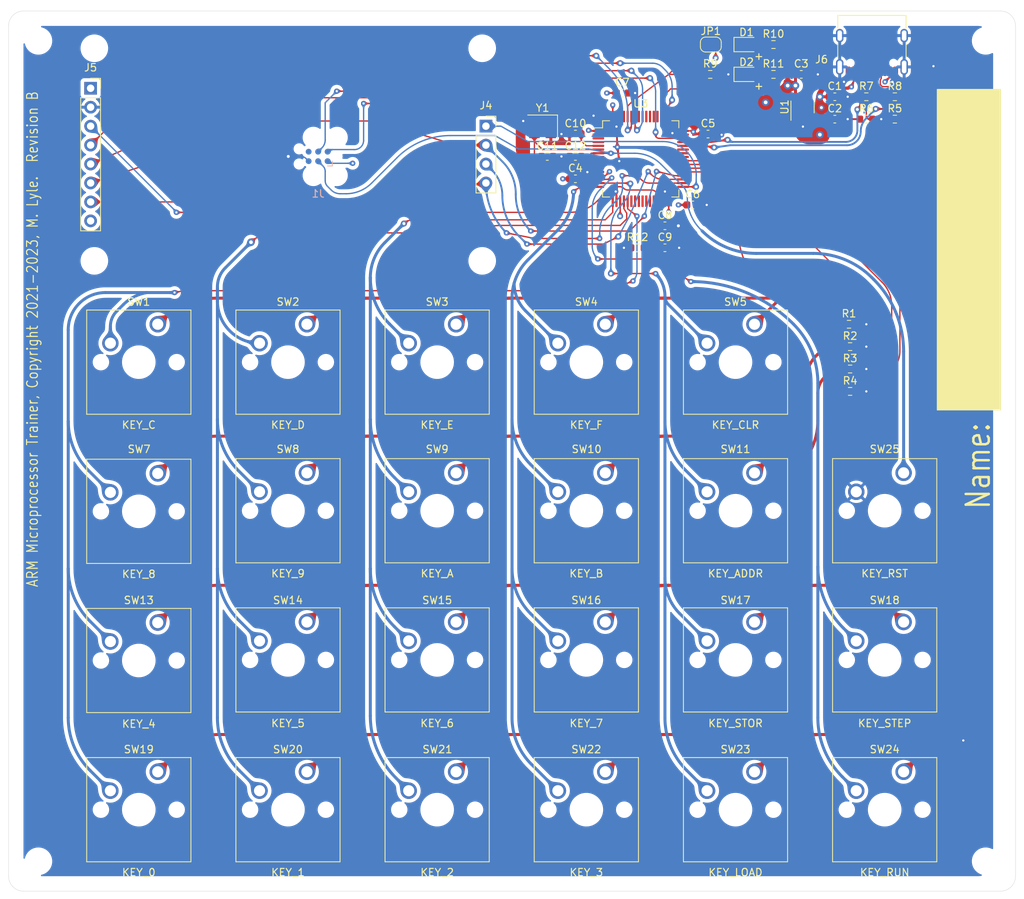
<source format=kicad_pcb>
(kicad_pcb (version 20221018) (generator pcbnew)
  (layers (0 "F.Cu" signal) (1 "In1.Cu" signal) (2 "In2.Cu" signal) (31 "B.Cu" signal) (34 "B.Paste" user) (35 "F.Paste" user) (36 "B.SilkS" user "B.Silkscreen") (37 "F.SilkS" user "F.Silkscreen") (38 "B.Mask" user) (39 "F.Mask" user) (44 "Edge.Cuts" user))
  (net 0 "")
  (net 1 "GND")
  (net 2 "+5V")
  (net 3 "+3V3")
  (net 4 "Net-(U3-VCAP_1)")
  (net 5 "Net-(U3-PH0)")
  (net 6 "Net-(U3-PH1)")
  (net 7 "Net-(D1-A)")
  (net 8 "Net-(D2-A)")
  (net 9 "/SWDIO")
  (net 10 "/SWCLK")
  (net 12 "/PB15MOSI")
  (net 13 "/PB14MISO")
  (net 14 "/PB13SCK")
  (net 15 "/PB12SDCS")
  (net 16 "Net-(J6-CC1)")
  (net 17 "Net-(J6-D+-PadA6)")
  (net 18 "/NRST")
  (net 19 "/PA0")
  (net 20 "/PA1")
  (net 21 "/PA2")
  (net 22 "/PA3")
  (net 23 "/PA4")
  (net 24 "/PA5")
  (net 25 "Net-(J6-D--PadA7)")
  (net 27 "Net-(J6-CC2)")
  (net 29 "/BOOT0")
  (net 30 "/DPLUS")
  (net 31 "/DMINUS")
  (net 33 "/BOOT1")
  (net 51 "/PB7LCDRST")
  (net 53 "/PB10LCDCS")
  (net 54 "/PC6")
  (net 55 "/PC7")
  (net 56 "/PC8")
  (net 57 "/PC9")
  (net 61 "/PB6LCDA0")
  (net 64 "/PA15LED")
  (footprint "Resistor_SMD:R_0603_1608Metric" (layer "F.Cu") (at 125.825 69)
    (fp_text reference "R4")
    (fp_text value "5.1k")
  )
  (footprint "Connector_PinSocket_2.54mm:PinSocket_1x04_P2.54mm_Vertical" (layer "F.Cu") (at 77 33.44)
    (fp_text reference "J4")
    (fp_text value "Conn_01x04")
  )
  (footprint "Button_Switch_Keyboard:SW_Cherry_MX_1.00u_PCB" (layer "F.Cu") (at 133 120)
    (fp_text reference "SW24")
    (fp_text value "KEY_RUN")
  )
  (footprint "Button_Switch_Keyboard:SW_Cherry_MX_1.00u_PCB" (layer "F.Cu") (at 53 79.92)
    (fp_text reference "SW8")
    (fp_text value "KEY_9")
  )
  (footprint "Button_Switch_Keyboard:SW_Cherry_MX_1.00u_PCB" (layer "F.Cu") (at 113 60)
    (fp_text reference "SW5")
    (fp_text value "KEY_CLR")
  )
  (footprint "Button_Switch_Keyboard:SW_Cherry_MX_1.00u_PCB" (layer "F.Cu") (at 93 60)
    (fp_text reference "SW4")
    (fp_text value "KEY_F")
  )
  (footprint "Button_Switch_Keyboard:SW_Cherry_MX_1.00u_PCB" (layer "F.Cu") (at 73 120)
    (fp_text reference "SW21")
    (fp_text value "KEY_2")
  )
  (footprint "Button_Switch_Keyboard:SW_Cherry_MX_1.00u_PCB" (layer "F.Cu") (at 113 99.92)
    (fp_text reference "SW17")
    (fp_text value "KEY_STOR")
  )
  (footprint "Button_Switch_Keyboard:SW_Cherry_MX_1.00u_PCB" (layer "F.Cu") (at 113 79.92)
    (fp_text reference "SW11")
    (fp_text value "KEY_ADDR")
  )
  (footprint "Button_Switch_Keyboard:SW_Cherry_MX_1.00u_PCB" (layer "F.Cu") (at 73 79.92)
    (fp_text reference "SW9")
    (fp_text value "KEY_A")
  )
  (footprint "Button_Switch_Keyboard:SW_Cherry_MX_1.00u_PCB" (layer "F.Cu") (at 53 60)
    (fp_text reference "SW2")
    (fp_text value "KEY_D")
  )
  (footprint "Button_Switch_Keyboard:SW_Cherry_MX_1.00u_PCB" (layer "F.Cu") (at 113 120)
    (fp_text reference "SW23")
    (fp_text value "KEY_LOAD")
  )
  (footprint "Button_Switch_Keyboard:SW_Cherry_MX_1.00u_PCB" (layer "F.Cu") (at 93 120)
    (fp_text reference "SW22")
    (fp_text value "KEY_3")
  )
  (footprint "Button_Switch_Keyboard:SW_Cherry_MX_1.00u_PCB" (layer "F.Cu") (at 93 79.92)
    (fp_text reference "SW10")
    (fp_text value "KEY_B")
  )
  (footprint "Button_Switch_Keyboard:SW_Cherry_MX_1.00u_PCB" (layer "F.Cu") (at 53 120)
    (fp_text reference "SW20")
    (fp_text value "KEY_1")
  )
  (footprint "Button_Switch_Keyboard:SW_Cherry_MX_1.00u_PCB" (layer "F.Cu") (at 33 120)
    (fp_text reference "SW19")
    (fp_text value "KEY_0")
  )
  (footprint "Button_Switch_Keyboard:SW_Cherry_MX_1.00u_PCB" (layer "F.Cu") (at 133 99.92)
    (fp_text reference "SW18")
    (fp_text value "KEY_STEP")
  )
  (footprint "Button_Switch_Keyboard:SW_Cherry_MX_1.00u_PCB" (layer "F.Cu") (at 93 99.92)
    (fp_text reference "SW16")
    (fp_text value "KEY_7")
  )
  (footprint "Button_Switch_Keyboard:SW_Cherry_MX_1.00u_PCB" (layer "F.Cu") (at 33 80)
    (fp_text reference "SW7")
    (fp_text value "KEY_8")
  )
  (footprint "Button_Switch_Keyboard:SW_Cherry_MX_1.00u_PCB" (layer "F.Cu") (at 73 99.92)
    (fp_text reference "SW15")
    (fp_text value "KEY_6")
  )
  (footprint "Button_Switch_Keyboard:SW_Cherry_MX_1.00u_PCB" (layer "F.Cu") (at 53 99.92)
    (fp_text reference "SW14")
    (fp_text value "KEY_5")
  )
  (footprint "Button_Switch_Keyboard:SW_Cherry_MX_1.00u_PCB" (layer "F.Cu") (at 33 100)
    (fp_text reference "SW13")
    (fp_text value "KEY_4")
  )
  (footprint "Button_Switch_Keyboard:SW_Cherry_MX_1.00u_PCB" (layer "F.Cu") (at 73 60)
    (fp_text reference "SW3")
    (fp_text value "KEY_E")
  )
  (footprint "Button_Switch_Keyboard:SW_Cherry_MX_1.00u_PCB" (layer "F.Cu") (at 33 60)
    (fp_text reference "SW1")
    (fp_text value "KEY_C")
  )
  (footprint "Capacitor_SMD:C_0603_1608Metric" (layer "F.Cu") (at 89 40.5)
    (fp_text reference "C4")
    (fp_text value "0.1uF")
  )
  (footprint "Capacitor_SMD:C_0603_1608Metric" (layer "F.Cu") (at 123.775 29.5)
    (fp_text reference "C1")
    (fp_text value "2.2uF")
  )
  (footprint "Resistor_SMD:R_0603_1608Metric" (layer "F.Cu") (at 125.675 60)
    (fp_text reference "R1")
    (fp_text value "5.1k")
  )
  (footprint "Resistor_SMD:R_0603_1608Metric" (layer "F.Cu") (at 125.825 66)
    (fp_text reference "R3")
    (fp_text value "5.1k")
  )
  (footprint "Resistor_SMD:R_0603_1608Metric" (layer "F.Cu") (at 125.825 63)
    (fp_text reference "R2")
    (fp_text value "5.1k")
  )
  (footprint "Capacitor_SMD:C_0603_1608Metric" (layer "F.Cu") (at 123.775 32.5)
    (fp_text reference "C2")
    (fp_text value "0.1uF")
  )
  (footprint "Capacitor_SMD:C_0603_1608Metric" (layer "F.Cu") (at 119.275 26.5)
    (fp_text reference "C3")
    (fp_text value "2.2uF")
  )
  (footprint "Connector_PinSocket_2.54mm:PinSocket_1x08_P2.54mm_Vertical" (layer "F.Cu") (at 24 28.36)
    (fp_text reference "J5")
    (fp_text value "Conn_01x08")
  )
  (footprint "Capacitor_SMD:C_0603_1608Metric" (layer "F.Cu") (at 101 46.8)
    (fp_text reference "C8")
    (fp_text value "2.2uF")
  )
  (footprint "Resistor_SMD:R_0603_1608Metric" (layer "F.Cu") (at 131.825 32.5)
    (fp_text reference "R5")
    (fp_text value "5.1k")
  )
  (footprint "MountingHole:MountingHole_3.2mm_M3" (layer "F.Cu") (at 76.5 51.5)
    (fp_text reference "H8" hide)
    (fp_text value "MountingHole")
  )
  (footprint "Crystal:Crystal_SMD_3225-4Pin_3.2x2.5mm" (layer "F.Cu") (at 84.6 33.6 180)
    (fp_text reference "Y1")
    (fp_text value "25MHz")
  )
  (footprint "Resistor_SMD:R_0603_1608Metric" (layer "F.Cu") (at 131.825 29.5)
    (fp_text reference "R8")
    (fp_text value "10")
  )
  (footprint "MountingHole:MountingHole_3.2mm_M3" (layer "F.Cu") (at 76.5 23)
    (fp_text reference "H7" hide)
    (fp_text value "MountingHole")
  )
  (footprint "Package_QFP:LQFP-64_10x10mm_P0.5mm" (layer "F.Cu") (at 97.75 37.825)
    (fp_text reference "U3")
    (fp_text value "STM32F411R_C-E_Tx")
  )
  (footprint "Resistor_SMD:R_0603_1608Metric" (layer "F.Cu") (at 107.075 26.5)
    (fp_text reference "R9")
    (fp_text value "5.1k")
  )
  (footprint "Resistor_SMD:R_0603_1608Metric" (layer "F.Cu") (at 97.325 49.75)
    (fp_text reference "R12")
    (fp_text value "5.1k")
  )
  (footprint "Capacitor_SMD:C_0603_1608Metric" (layer "F.Cu") (at 95.275 29)
    (fp_text reference "C7")
    (fp_text value "0.1uF")
  )
  (footprint "Connector_USB:USB_C_Receptacle_G-Switch_GT-USB-7010ASV" (layer "F.Cu") (at 128.75 22.375 180)
    (fp_text reference "J6")
    (fp_text value "USB_C_Receptacle_USB2.0")
  )
  (footprint "Resistor_SMD:R_0603_1608Metric" (layer "F.Cu") (at 115.55 26.5)
    (fp_text reference "R11")
    (fp_text value "330")
  )
  (footprint "MountingHole:MountingHole_3.2mm_M3" (layer "F.Cu") (at 24.5 23)
    (fp_text reference "H5" hide)
    (fp_text value "MountingHole")
  )
  (footprint "Capacitor_SMD:C_0603_1608Metric" (layer "F.Cu") (at 85.225 37.5 180)
    (fp_text reference "C11")
    (fp_text value "12pF")
  )
  (footprint "MountingHole:MountingHole_3.2mm_M3" (layer "F.Cu") (at 144 22)
    (fp_text reference "H2" hide)
    (fp_text value "MountingHole")
  )
  (footprint "MountingHole:MountingHole_3.2mm_M3" (layer "F.Cu") (at 17 22)
    (fp_text reference "H1" hide)
    (fp_text value "MountingHole")
  )
  (footprint "MountingHole:MountingHole_3.2mm_M3" (layer "F.Cu") (at 17 132)
    (fp_text reference "H3" hide)
    (fp_text value "MountingHole")
  )
  (footprint "Resistor_SMD:R_0603_1608Metric" (layer "F.Cu") (at 128 32.5)
    (fp_text reference "R6")
    (fp_text value "5.1k")
  )
  (footprint "Jumper:SolderJumper-2_P1.3mm_Open_RoundedPad1.0x1.5mm" (layer "F.Cu") (at 107.15 22.5)
    (fp_text reference "JP1")
    (fp_text value "BootJumper")
  )
  (footprint "Capacitor_SMD:C_0603_1608Metric" (layer "F.Cu") (at 104.725 44)
    (fp_text reference "C6")
    (fp_text value "0.1uF")
  )
  (footprint "Button_Switch_Keyboard:SW_Cherry_MX_1.00u_PCB" (layer "F.Cu") (at 133 79.92)
    (fp_text reference "SW25")
    (fp_text value "KEY_RST")
  )
  (footprint "LED_SMD:LED_0805_2012Metric" (layer "F.Cu") (at 111.9375 26.5)
    (fp_text reference "D2")
    (fp_text value "LED")
  )
  (footprint "Capacitor_SMD:C_0603_1608Metric" (layer "F.Cu") (at 101 49.75)
    (fp_text reference "C9")
    (fp_text value "2.2uF")
  )
  (footprint "Resistor_SMD:R_0603_1608Metric" (layer "F.Cu") (at 128 29.5)
    (fp_text reference "R7")
    (fp_text value "10")
  )
  (footprint "MountingHole:MountingHole_3.2mm_M3" (layer "F.Cu") (at 144 132)
    (fp_text reference "H4" hide)
    (fp_text value "MountingHole")
  )
  (footprint "Capacitor_SMD:C_0603_1608Metric" (layer "F.Cu") (at 106.775 34.5)
    (fp_text reference "C5")
    (fp_text value "0.1uF")
  )
  (footprint "Fiducial:Fiducial_1mm_Mask2mm" (layer "F.Cu") (at 31 23)
    (fp_text reference "FID1" hide)
    (fp_text value "Fiducial")
  )
  (footprint "LED_SMD:LED_0805_2012Metric" (layer "F.Cu") (at 111.9375 22.5)
    (fp_text reference "D1")
    (fp_text value "LED")
  )
  (footprint "Capacitor_SMD:C_0603_1608Metric" (layer "F.Cu") (at 89 37.5)
    (fp_text reference "C12")
    (fp_text value "0.1uF")
  )
  (footprint "MountingHole:MountingHole_3.2mm_M3" (layer "F.Cu") (at 24.5 51.5)
    (fp_text reference "H6" hide)
    (fp_text value "MountingHole")
  )
  (footprint "Package_TO_SOT_SMD:SOT-23-5" (layer "F.Cu") (at 119.45 30.8625 90)
    (fp_text reference "U1")
    (fp_text value "LP5907MFX-3.3")
  )
  (footprint "Resistor_SMD:R_0603_1608Metric" (layer "F.Cu") (at 115.55 22.5)
    (fp_text reference "R10")
    (fp_text value "330")
  )
  (footprint "Capacitor_SMD:C_0603_1608Metric" (layer "F.Cu") (at 89 34.5)
    (fp_text reference "C10")
    (fp_text value "12pF")
  )
  (footprint "Fiducial:Fiducial_1mm_Mask2mm" (layer "F.Cu") (at 143 120)
    (fp_text reference "FID3" hide)
    (fp_text value "Fiducial")
  )
  (footprint "Fiducial:Fiducial_1mm_Mask2mm" (layer "F.Cu") (at 18 118)
    (fp_text reference "FID2" hide)
    (fp_text value "Fiducial")
  )
  (footprint "Connector:Tag-Connect_TC2030-IDC-FP_2x03_P1.27mm_Vertical" (layer "B.Cu") (at 54.5 37.5 180)
    (fp_text reference "J1")
    (fp_text value "Conn_ARM_SWD_TagConnect_TC2030")
  )
  (gr_poly (pts (xy 146 71.5) (xy 137.5 71.5) (xy 137.5 28.5) (xy 146 28.5)) (stroke (width 0.1)) (fill solid) (layer "F.SilkS"))
  (gr_line (start 148 20) (end 148 134) (stroke (width 0.05)) (layer "Edge.Cuts"))
  (gr_line (start 15 18) (end 146 18) (stroke (width 0.05)) (layer "Edge.Cuts"))
  (gr_arc (start 15 136) (mid 13.585786 135.414214) (end 13 134) (stroke (width 0.05)) (layer "Edge.Cuts"))
  (gr_arc (start 148 134) (mid 147.414214 135.414214) (end 146 136) (stroke (width 0.05)) (layer "Edge.Cuts"))
  (gr_line (start 146 136) (end 15 136) (stroke (width 0.05)) (layer "Edge.Cuts"))
  (gr_line (start 13 134) (end 13 20) (stroke (width 0.05)) (layer "Edge.Cuts"))
  (gr_arc (start 146 18) (mid 147.414214 18.585786) (end 148 20) (stroke (width 0.05)) (layer "Edge.Cuts"))
  (gr_arc (start 13 20) (mid 13.585786 18.585786) (end 15 18) (stroke (width 0.05)) (layer "Edge.Cuts"))
  (gr_text "Name:" (at 143 79 90) (layer "F.SilkS") (effects (font (size 3.1 2.5) (thickness 0.33))))
  (gr_text "+" (at 112.875 28.625) (layer "F.SilkS") (effects (font (size 1 1)) (justify left bottom)))
  (gr_text "+" (at 112.875 24.625) (layer "F.SilkS") (effects (font (size 1 1)) (justify left bottom)))
  (gr_text "ARM Microprocessor Trainer, Copyright 2021-2023, M. Lyle.  Revision B" (at 16.2 62 90) (layer "F.SilkS") (effects (font (size 1.45 1.2))))
  (segment (start 109.5 26.5) (end 107.9 26.5) (width 0.18) (layer "F.Cu") (net 1))
  (segment (start 87.125 37.5) (end 87.5 37.5) (width 0.18) (layer "F.Cu") (net 1))
  (segment (start 101.775 46.8) (end 102.8 46.8) (width 0.25) (layer "F.Cu") (net 1))
  (segment (start 89.95 39.6) (end 89.775 39.775) (width 0.18) (layer "F.Cu") (net 1))
  (segment (start 124.55 32.5) (end 125.5 32.5) (width 0.25) (layer "F.Cu") (net 1))
  (segment (start 109.9 22.5) (end 109.5 22.9) (width 0.25) (layer "F.Cu") (net 1))
  (segment (start 87.125 37.5) (end 87.3 37.5) (width 0.18) (layer "F.Cu") (net 1))
  (segment (start 90.3 38.575) (end 89.775 39.1) (width 0.25) (layer "F.Cu") (net 1))
  (segment (start 94.5 33.5) (end 93.746358 33.5) (width 0.18) (layer "F.Cu") (net 1))
  (segment (start 92.075 39.575) (end 90.625 39.575) (width 0.18) (layer "F.Cu") (net 1))
  (segment (start 94.875 38.125) (end 94.625 36.25) (width 0.25) (layer "F.Cu") (net 1))
  (segment (start 125.55 26.95) (end 125 27.5) (width 0.25) (layer "F.Cu") (net 1))
  (segment (start 125.55 26.1) (end 125.55 26.95) (width 0.25) (layer "F.Cu") (net 1))
  (segment (start 89.775 39.1) (end 89.775 40.5) (width 0.25) (layer "F.Cu") (net 1))
  (segment (start 103.425 34.575) (end 102.2 34.575) (width 0.18) (layer "F.Cu") (net 1))
  (segment (start 87.125 34.5) (end 86.95 34.45) (width 0.18) (layer "F.Cu") (net 1))
  (segment (start 90.625 39.575) (end 90.6 39.6) (width 0.18) (layer "F.Cu") (net 1))
  (segment (start 94.4 42.2) (end 94.5 42.3) (width 0.18) (layer "F.Cu") (net 1))
  (segment (start 95.5 49.75) (end 96.5 49.75) (width 0.18) (layer "F.Cu") (net 1))
  (segment (start 131.95 26.1) (end 131.95 27.05) (width 0.25) (layer "F.Cu") (net 1))
  (segment (start 93.19739 33.27261) (end 92.757749 32.942251) (width 0.18) (layer "F.Cu") (net 1))
  (segment (start 111 22.5) (end 109.9 22.5) (width 0.25) (layer "F.Cu") (net 1))
  (segment (start 120.05 26.5) (end 121.5 26.5) (width 0.25) (layer "F.Cu") (net 1))
  (segment (start 119.45 32) (end 119.45 33.45) (width 0.25) (layer "F.Cu") (net 1))
  (segment (start 124.55 29.5) (end 125.5 29.5) (width 0.25) (layer "F.Cu") (net 1))
  (segment (start 101 43.5) (end 101 42.2) (width 0.18) (layer "F.Cu") (net 1))
  (segment (start 111 26.5) (end 109.5 26.5) (width 0.18) (layer "F.Cu") (net 1))
  (segment (start 119.45 33.45) (end 119.5 33.5) (width 0.25) (layer "F.Cu") (net 1))
  (segment (start 94.5 32.15) (end 94.5 33.5) (width 0.18) (layer "F.Cu") (net 1))
  (segment (start 126.5 60) (end 128 60) (width 0.25) (layer "F.Cu") (net 1))
  (segment (start 131.95 27.05) (end 131.5 27.5) (width 0.25) (layer "F.Cu") (net 1))
  (segment (start 94.5 42.3) (end 94.5 43.5) (width 0.18) (layer "F.Cu") (net 1))
  (segment (start 92.075 38.575) (end 94.425 38.575) (width 0.25) (layer "F.Cu") (net 1))
  (segment (start 126.65 66) (end 128 66) (width 0.25) (layer "F.Cu") (net 1))
  (segment (start 105.5 44) (end 106.6 44) (width 0.18) (layer "F.Cu") (net 1))
  (segment (start 107.55 34.5) (end 108.15 34.5) (width 0.18) (layer "F.Cu") (net 1))
  (segment (start 102.902195 49.75) (end 101.775 49.75) (width 0.18) (layer "F.Cu") (net 1))
  (segment (start 94.625 36.25) (end 94.5 33.5) (width 0.25) (layer "F.Cu") (net 1))
  (segment (start 126.65 69) (end 128 69) (width 0.25) (layer "F.Cu") (net 1))
  (segment (start 108.15 34.5) (end 108.6 34.6) (width 0.18) (layer "F.Cu") (net 1))
  (segment (start 89.775 39.775) (end 89.775 40.5) (width 0.18) (layer "F.Cu") (net 1))
  (segment (start 94.425 38.575) (end 94.875 38.125) (width 0.25) (layer "F.Cu") (net 1))
  (segment (start 92.075 38.575) (end 90.3 38.575) (width 0.25) (layer "F.Cu") (net 1))
  (segment (start 90.6 39.6) (end 89.95 39.6) (width 0.18) (layer "F.Cu") (net 1))
  (segment (start 126.675 32.5) (end 125.5 32.5) (width 0.25) (layer "F.Cu") (net 1))
  (segment (start 83.5 32.75) (end 82 32.75) (width 0.18) (layer "F.Cu") (net 1))
  (segment (start 126.65 63) (end 128 63) (width 0.25) (layer "F.Cu") (net 1))
  (segment (start 88.225 34.5) (end 87.125 34.5) (width 0.18) (layer "F.Cu") (net 1))
  (segment (start 92.757749 32.942251) (end 91.43 32.04) (width 0.4) (layer "F.Cu") (net 1))
  (segment (start 96.05 29) (end 97 29) (width 0.18) (layer "F.Cu") (net 1))
  (segment (start 87.5 37.5) (end 88.225 37.5) (width 0.18) (layer "F.Cu") (net 1))
  (segment (start 109.5 22.9) (end 109.5 26.5) (width 0.25) (layer "F.Cu") (net 1))
  (segment (start 86.95 34.45) (end 85.7 34.45) (width 0.18) (layer "F.Cu") (net 1))
  (segment (start 131 32.5) (end 130 32.5) (width 0.25) (layer "F.Cu") (net 1))
  (segment (start 87.3 37.5) (end 86 37.5) (width 0.18) (layer "F.Cu") (net 1))
  (via (at 125 27.5) (size 0.7) (drill 0.3) (layers "F.Cu" "B.Cu") (net 1))
  (via (at 87.125 34.5) (size 0.7) (drill 0.3) (layers "F.Cu" "B.Cu") (net 1))
  (via (at 128 66) (size 0.7) (drill 0.3) (layers "F.Cu" "B.Cu") (net 1))
  (via (at 128 60) (size 0.7) (drill 0.3) (layers "F.Cu" "B.Cu") (net 1))
  (via (at 90.6 39.6) (size 0.7) (drill 0.3) (layers "F.Cu" "B.Cu") (net 1))
  (via (at 95.5 49.75) (size 0.7) (drill 0.3) (layers "F.Cu" "B.Cu") (net 1))
  (via (at 121.5 26.5) (size 0.7) (drill 0.3) (layers "F.Cu" "B.Cu") (net 1))
  (via (at 141 115.8) (size 0.7) (drill 0.3) (layers "F.Cu" "B.Cu") (net 1))
  (via (at 82 32.75) (size 0.7) (drill 0.3) (layers "F.Cu" "B.Cu") (net 1))
  (via (at 125.5 32.5) (size 0.7) (drill 0.3) (layers "F.Cu" "B.Cu") (net 1))
  (via (at 128 63) (size 0.7) (drill 0.3) (layers "F.Cu" "B.Cu") (net 1))
  (via (at 137 25.4) (size 0.7) (drill 0.3) (layers "F.Cu" "B.Cu") (net 1))
  (via (at 87.125 37.5) (size 0.7) (drill 0.3) (layers "F.Cu" "B.Cu") (net 1))
  (via (at 94.625 36.25) (size 0.7) (drill 0.3) (layers "F.Cu" "B.Cu") (net 1))
  (via (at 101 42.2) (size 0.7) (drill 0.3) (layers "F.Cu" "B.Cu") (net 1))
  (via (at 102.902195 49.75) (size 0.7) (drill 0.3) (layers "F.Cu" "B.Cu") (net 1))
  (via (at 131.5 27.5) (size 0.7) (drill 0.3) (layers "F.Cu" "B.Cu") (net 1))
  (via (at 102.8 46.8) (size 0.8) (drill 0.4) (layers "F.Cu" "B.Cu") (net 1))
  (via (at 91.43 32.04) (size 0.7) (drill 0.3) (layers "F.Cu" "B.Cu") (net 1))
  (via (at 94.5 33.5) (size 0.7) (drill 0.3) (layers "F.Cu" "B.Cu") (net 1))
  (via (at 94.4 42.2) (size 0.7) (drill 0.3) (layers "F.Cu" "B.Cu") (net 1))
  (via (at 130 32.5) (size 0.7) (drill 0.3) (layers "F.Cu" "B.Cu") (net 1))
  (via (at 102 34.375) (size 0.7) (drill 0.3) (layers "F.Cu" "B.Cu") (net 1))
  (via (at 125.5 29.5) (size 0.7) (drill 0.3) (layers "F.Cu" "B.Cu") (net 1))
  (via (at 97 29) (size 0.7) (drill 0.3) (layers "F.Cu" "B.Cu") (net 1))
  (via (at 128 69) (size 0.7) (drill 0.3) (layers "F.Cu" "B.Cu") (net 1))
  (via (at 119.5 33.5) (size 0.7) (drill 0.3) (layers "F.Cu" "B.Cu") (net 1))
  (via (at 94.875 38.125) (size 0.7) (drill 0.3) (layers "F.Cu" "B.Cu") (net 1))
  (via (at 108.6 34.6) (size 0.7) (drill 0.3) (layers "F.Cu" "B.Cu") (net 1))
  (via (at 106.6 44) (size 0.7) (drill 0.3) (layers "F.Cu" "B.Cu") (net 1))
  (via (at 109.5 26.5) (size 0.7) (drill 0.3) (layers "F.Cu" "B.Cu") (net 1))
  (via (at 50.5 37.5) (size 0.8) (drill 0.4) (layers "F.Cu" "B.Cu") (net 1))
  (arc (start 102.2 34.575) (mid 102.058579 34.516421) (end 102 34.375) (width 0.18) (layer "F.Cu") (net 1))
  (arc (start 93.746358 33.5) (mid 93.449259 33.440903) (end 93.19739 33.27261) (width 0.18) (layer "F.Cu") (net 1))
  (segment (start 53.23 38.135) (end 52.874308 37.779308) (width 0.18) (layer "B.Cu") (net 1))
  (segment (start 52.2 37.5) (end 50.5 37.5) (width 0.18) (layer "B.Cu") (net 1))
  (arc (start 52.874308 37.779308) (mid 52.564934 37.57259) (end 52.2 37.5) (width 0.18) (layer "B.Cu") (net 1))
  (segment (start 131.15 26.85) (end 130.5 27.5) (width 0.25) (layer "F.Cu") (net 2))
  (segment (start 120.52 33.08) (end 120.52 34) (width 0.25) (layer "F.Cu") (net 2))
  (segment (start 123 29.5) (end 122 29.5) (width 0.25) (layer "F.Cu") (net 2))
  (segment (start 120.4 32.96) (end 120.52 33.08) (width 0.25) (layer "F.Cu") (net 2))
  (segment (start 119.01 34.5) (end 118.5 33.99) (width 0.25) (layer "F.Cu") (net 2))
  (segment (start 126 28.1745) (end 126.375 27.25) (width 0.25) (layer "F.Cu") (net 2))
  (segment (start 131.15 26.1) (end 131.15 26.85) (width 0.25) (layer "F.Cu") (net 2))
  (segment (start 120.52 34) (end 120.02 34.5) (width 0.25) (layer "F.Cu") (net 2))
  (segment (start 120.02 34.5) (end 119.01 34.5) (width 0.25) (layer "F.Cu") (net 2))
  (segment (start 120.4 32) (end 120.4 32.96) (width 0.25) (layer "F.Cu") (net 2))
  (segment (start 126.375 27.25) (end 126.35 26.1) (width 0.25) (layer "F.Cu") (net 2))
  (segment (start 126 28.1745) (end 125.5 28.26) (width 0.25) (layer "F.Cu") (net 2))
  (segment (start 118.5 33.99) (end 118.5 32) (width 0.25) (layer "F.Cu") (net 2))
  (segment (start 125.5 28.26) (end 122.89 28.26) (width 0.25) (layer "F.Cu") (net 2))
  (via (at 126 28.1745) (size 0.7) (drill 0.3) (layers "F.Cu" "B.Cu") (net 2))
  (via (at 121.77 34.58) (size 1) (drill 0.5) (layers "F.Cu" "B.Cu") (net 2))
  (via (at 121.77 29.5) (size 1) (drill 0.5) (layers "F.Cu" "B.Cu") (net 2))
  (via (at 130.5 27.5) (size 0.7) (drill 0.3) (layers "F.Cu" "B.Cu") (net 2))
  (via (at 121.98 30.96) (size 0.8) (drill 0.4) (layers "F.Cu" "B.Cu") (net 2))
  (segment (start 88.225 40.5) (end 87.3 40.5) (width 0.18) (layer "F.Cu") (net 3))
  (segment (start 118.5 28) (end 118.5 26.5) (width 0.25) (layer "F.Cu") (net 3))
  (segment (start 103.425 34.075) (end 104.375 34.075) (width 0.18) (layer "F.Cu") (net 3))
  (segment (start 91.125 34.075) (end 90.75 34) (width 0.18) (layer "F.Cu") (net 3))
  (segment (start 95 45.498879) (end 94.988391 45.510488) (width 0.18) (layer "F.Cu") (net 3))
  (segment (start 107.8 22.5) (end 107.8 24.3) (width 0.18) (layer "F.Cu") (net 3))
  (segment (start 94.5 29) (end 93.2 29) (width 0.18) (layer "F.Cu") (net 3))
  (segment (start 103.95 44) (end 102.8 44) (width 0.18) (layer "F.Cu") (net 3))
  (segment (start 117.45 28) (end 118.5 28) (width 0.4) (layer "F.Cu") (net 3))
  (segment (start 104.375 34.075) (end 104.8 34.2) (width 0.18) (layer "F.Cu") (net 3))
  (segment (start 95 43.5) (end 95 45.498879) (width 0.18) (layer "F.Cu") (net 3))
  (segment (start 117.25 22.5) (end 116.375 22.5) (width 0.25) (layer "F.Cu") (net 3))
  (segment (start 118.5 29.725) (end 118.5 28) (width 0.4) (layer "F.Cu") (net 3))
  (segment (start 106 34.5) (end 105.375 34.5) (width 0.18) (layer "F.Cu") (net 3))
  (segment (start 101.5 44.9) (end 101.5 43.5) (width 0.18) (layer "F.Cu") (net 3))
  (segment (start 91.125 34.075) (end 92.075 34.075) (width 0.18) (layer "F.Cu") (net 3))
  (segment (start 101.5 45) (end 101.5 44.9) (width 0.18) (layer "F.Cu") (net 3))
  (segment (start 93.574198 39.527284) (end 93.026482 40.075) (width 0.18) (layer "F.Cu") (net 3))
  (segment (start 117.5 22.75) (end 117.25 22.5) (width 0.25) (layer "F.Cu") (net 3))
  (segment (start 94 32.15) (end 94 30.6) (width 0.18) (layer "F.Cu") (net 3))
  (segment (start 118.5 26.5) (end 117.5 26.5) (width 0.25) (layer "F.Cu") (net 3))
  (segment (start 93.026482 40.075) (end 92.075 40.075) (width 0.18) (layer "F.Cu") (net 3))
  (segment (start 117.5 26.5) (end 117.5 22.75) (width 0.25) (layer "F.Cu") (net 3))
  (segment (start 105.375 34.5) (end 104.8 34.2) (width 0.18) (layer "F.Cu") (net 3))
  (via (at 118.5 28) (size 1) (drill 0.5) (layers "F.Cu" "B.Cu") (net 3))
  (via (at 93.2 29) (size 0.7) (drill 0.3) (layers "F.Cu" "B.Cu") (net 3))
  (via (at 87.3 40.5) (size 0.7) (drill 0.3) (layers "F.Cu" "B.Cu") (net 3))
  (via (at 102.8 44) (size 0.7) (drill 0.3) (layers "F.Cu" "B.Cu") (net 3))
  (via (at 93.574198 39.527284) (size 0.7) (drill 0.3) (layers "F.Cu" "B.Cu") (net 3))
  (via (at 114.5 30.25) (size 1) (drill 0.5) (layers "F.Cu" "B.Cu") (net 3))
  (via (at 101.5 45) (size 0.7) (drill 0.3) (layers "F.Cu" "B.Cu") (net 3))
  (via (at 59.137868 38.42) (size 0.7) (drill 0.3) (layers "F.Cu" "B.Cu") (net 3))
  (via (at 94.988391 45.510488) (size 0.8) (drill 0.4) (layers "F.Cu" "B.Cu") (net 3))
  (via (at 94 30.6) (size 0.7) (drill 0.3) (layers "F.Cu" "B.Cu") (net 3))
  (via (at 90.75 34) (size 0.7) (drill 0.3) (layers "F.Cu" "B.Cu") (net 3))
  (via (at 117.45 28) (size 1) (drill 0.5) (layers "F.Cu" "B.Cu") (net 3))
  (via (at 107.8 24.3) (size 0.8) (drill 0.4) (layers "F.Cu" "B.Cu") (net 3))
  (via (at 104.8 34.2) (size 0.7) (drill 0.3) (layers "F.Cu" "B.Cu") (net 3))
  (segment (start 56.409766 38.42) (end 59.137868 38.42) (width 0.18) (layer "B.Cu") (net 3))
  (arc (start 56.409766 38.42) (mid 56.063528 38.331129) (end 55.77 38.135) (width 0.18) (layer "B.Cu") (net 3))
  (segment (start 100.5 44.5) (end 100.5 43.5) (width 0.18) (layer "F.Cu") (net 4))
  (segment (start 100.225 49.75) (end 100.225 46.8) (width 0.25) (layer "F.Cu") (net 4))
  (segment (start 100.225 46.8) (end 100.25 45.75) (width 0.18) (layer "F.Cu") (net 4))
  (segment (start 100.25 45.75) (end 100.5 44.5) (width 0.18) (layer "F.Cu") (net 4))
  (segment (start 89.775 34.5) (end 89.775 35.4) (width 0.18) (layer "F.Cu") (net 5))
  (segment (start 90.45 36.075) (end 92.075 36.075) (width 0.18) (layer "F.Cu") (net 5))
  (segment (start 89 32.75) (end 85.7 32.75) (width 0.18) (layer "F.Cu") (net 5))
  (segment (start 89.775 34.5) (end 89.775 33.525) (width 0.18) (layer "F.Cu") (net 5))
  (segment (start 89.775 35.4) (end 90.45 36.075) (width 0.18) (layer "F.Cu") (net 5))
  (segment (start 89.775 33.525) (end 89 32.75) (width 0.18) (layer "F.Cu") (net 5))
  (segment (start 92.075 36.575) (end 84.575 36.575) (width 0.18) (layer "F.Cu") (net 6))
  (segment (start 83.5 37.25) (end 83.5 34.45) (width 0.18) (layer "F.Cu") (net 6))
  (segment (start 84.575 36.575) (end 83.5 35.5) (width 0.18) (layer "F.Cu") (net 6))
  (segment (start 84.45 37.5) (end 83.75 37.5) (width 0.18) (layer "F.Cu") (net 6))
  (segment (start 83.75 37.5) (end 83.5 37.25) (width 0.18) (layer "F.Cu") (net 6))
  (segment (start 114.725 22.5) (end 112.875 22.5) (width 0.18) (layer "F.Cu") (net 7))
  (segment (start 114.725 26.5) (end 112.875 26.5) (width 0.18) (layer "F.Cu") (net 8))
  (segment (start 99.75 34.25) (end 99.75 34.625) (width 0.18) (layer "F.Cu") (net 9))
  (segment (start 80.25 30.4) (end 87 27) (width 0.18) (layer "F.Cu") (net 9))
  (segment (start 60.6 30.4) (end 80.25 30.4) (width 0.18) (layer "F.Cu") (net 9))
  (segment (start 87 27) (end 99 27) (width 0.18) (layer "F.Cu") (net 9))
  (segment (start 100.2 35.075) (end 103.425 35.075) (width 0.18) (layer "F.Cu") (net 9))
  (via (at 60.6 30.4) (size 0.7) (drill 0.3) (layers "F.Cu" "B.Cu") (net 9))
  (via (at 99.75 34.25) (size 0.8) (drill 0.4) (layers "F.Cu" "B.Cu") (net 9))
  (via (at 99 27) (size 0.8) (drill 0.4) (layers "F.Cu" "B.Cu") (net 9))
  (arc (start 99.75 34.625) (mid 99.881802 34.943198) (end 100.2 35.075) (width 0.18) (layer "F.Cu") (net 9))
  (segment (start 99.75 28.81066) (end 99.75 34.25) (width 0.18) (layer "B.Cu") (net 9))
  (segment (start 59.3 36.58) (end 56.409766 36.58) (width 0.18) (layer "B.Cu") (net 9))
  (segment (start 60.6 30.4) (end 60.6 35.35) (width 0.18) (layer "B.Cu") (net 9))
  (arc (start 60.6 35.35) (mid 60.218479 36.248742) (end 59.3 36.58) (width 0.18) (layer "B.Cu") (net 9))
  (arc (start 99 27) (mid 99.555081 27.830737) (end 99.75 28.81066) (width 0.18) (layer "B.Cu") (net 9))
  (arc (start 56.409766 36.58) (mid 56.063526 36.668872) (end 55.77 36.865) (width 0.18) (layer "B.Cu") (net 9))
  (segment (start 101.5 30.71) (end 101.96 29.94) (width 0.18) (layer "F.Cu") (net 10))
  (segment (start 57 28.75) (end 78.25 28.75) (width 0.18) (layer "F.Cu") (net 10))
  (segment (start 85.25 25) (end 95 25) (width 0.18) (layer "F.Cu") (net 10))
  (segment (start 101.5 30.71) (end 101.5 32.15) (width 0.18) (layer "F.Cu") (net 10))
  (segment (start 78.25 28.75) (end 85.25 25) (width 0.18) (layer "F.Cu") (net 10))
  (via (at 95 25) (size 0.8) (drill 0.4) (layers "F.Cu" "B.Cu") (net 10))
  (via (at 101.96 29.94) (size 0.8) (drill 0.4) (layers "F.Cu" "B.Cu") (net 10))
  (via (at 57 28.75) (size 0.7) (drill 0.3) (layers "F.Cu" "B.Cu") (net 10))
  (segment (start 55.015129 36.349871) (end 54.5 36.865) (width 0.18) (layer "B.Cu") (net 10))
  (segment (start 100.6875 25.5625) (end 101.0625 25.9375) (width 0.18) (layer "B.Cu") (net 10))
  (segment (start 55.45 30.3) (end 55.45 35.3) (width 0.18) (layer "B.Cu") (net 10))
  (segment (start 57 28.75) (end 55.45 30.3) (width 0.18) (layer "B.Cu") (net 10))
  (segment (start 95 25) (end 99.329505 25) (width 0.18) (layer "B.Cu") (net 10))
  (segment (start 101.96 29.94) (end 101.96 28.104256) (width 0.18) (layer "B.Cu") (net 10))
  (arc (start 99.329505 25) (mid 100.064446 25.146189) (end 100.6875 25.5625) (width 0.18) (layer "B.Cu") (net 10))
  (arc (start 101.96 28.104256) (mid 101.726748 26.931616) (end 101.0625 25.9375) (width 0.18) (layer "B.Cu") (net 10))
  (arc (start 55.45 35.3) (mid 55.336981 35.868186) (end 55.015129 36.349871) (width 0.18) (layer "B.Cu") (net 10))
  (segment (start 98.25 45.5) (end 96.25 47.5) (width 0.18) (layer "F.Cu") (net 12))
  (segment (start 102.275 40.075) (end 99.8605 39.5) (width 0.18) (layer "F.Cu") (net 12))
  (segment (start 62.2 32.75) (end 49.625 32.75) (width 0.18) (layer "F.Cu") (net 12))
  (segment (start 102.275 40.075) (end 103.425 40.075) (width 0.18) (layer "F.Cu") (net 12))
  (segment (start 96.25 47.5) (end 83 47.5) (width 0.18) (layer "F.Cu") (net 12))
  (segment (start 77 35.98) (end 73.05 35.98) (width 0.18) (layer "F.Cu") (net 12))
  (segment (start 49.625 32.75) (end 24 41.06) (width 0.18) (layer "F.Cu") (net 12))
  (segment (start 73.05 35.98) (end 62.2 32.75) (width 0.18) (layer "F.Cu") (net 12))
  (via (at 99.8605 39.5) (size 0.7) (drill 0.3) (layers "F.Cu" "B.Cu") (net 12))
  (via (at 83 47.5) (size 0.7) (drill 0.3) (layers "F.Cu" "B.Cu") (net 12))
  (via (at 98.25 45.5) (size 0.7) (drill 0.3) (layers "F.Cu" "B.Cu") (net 12))
  (segment (start 99.8605 39.5) (end 98.25 45.5) (width 0.18) (layer "B.Cu") (net 12))
  (segment (start 81 42.5) (end 81 42.671573) (width 0.25) (layer "B.Cu") (net 12))
  (segment (start 77 35.98) (end 79.218091 38.198091) (width 0.25) (layer "B.Cu") (net 12))
  (arc (start 79.218091 38.198091) (mid 80.536897 40.171824) (end 81 42.5) (width 0.25) (layer "B.Cu") (net 12))
  (arc (start 81 42.671573) (mid 81.519783 45.284699) (end 83 47.5) (width 0.25) (layer "B.Cu") (net 12))
  (segment (start 98.75 39.5) (end 99.170926 39.920926) (width 0.18) (layer "F.Cu") (net 13))
  (segment (start 94.75 48.25) (end 92.75 49.25) (width 0.18) (layer "F.Cu") (net 13))
  (segment (start 92.75 49.25) (end 82.5 49.25) (width 0.18) (layer "F.Cu") (net 13))
  (segment (start 100.75 40.575) (end 103.425 40.575) (width 0.18) (layer "F.Cu") (net 13))
  (via (at 94.75 48.25) (size 0.8) (drill 0.4) (layers "F.Cu" "B.Cu") (net 13))
  (via (at 82.5 49.25) (size 0.7) (drill 0.3) (layers "F.Cu" "B.Cu") (net 13))
  (via (at 98.75 39.5) (size 0.7) (drill 0.3) (layers "F.Cu" "B.Cu") (net 13))
  (arc (start 99.170926 39.920926) (mid 99.895411 40.405012) (end 100.75 40.575) (width 0.18) (layer "F.Cu") (net 13))
  (segment (start 77 38.52) (end 77.764573 39.284573) (width 0.25) (layer "B.Cu") (net 13))
  (segment (start 94.75 48.25) (end 96.25 45.5) (width 0.18) (layer "B.Cu") (net 13))
  (segment (start 81.462718 48.212718) (end 82.5 49.25) (width 0.25) (layer "B.Cu") (net 13))
  (segment (start 96.25 45.5) (end 98.75 39.5) (width 0.18) (layer "B.Cu") (net 13))
  (arc (start 79.199986 42.75) (mid 79.788051 45.706402) (end 81.462718 48.212718) (width 0.25) (layer "B.Cu") (net 13))
  (arc (start 77.764573 39.284573) (mid 78.826944 40.874524) (end 79.2 42.75) (width 0.25) (layer "B.Cu") (net 13))
  (segment (start 98.918718 41.075) (end 103.425 41.075) (width 0.18) (layer "F.Cu") (net 14))
  (segment (start 58.1 43.6) (end 24 43.6) (width 0.18) (layer "F.Cu") (net 14))
  (segment (start 79.75 47.75) (end 83.5 48.5) (width 0.18) (layer "F.Cu") (net 14))
  (segment (start 95.25 40.075) (end 96.504505 40.075) (width 0.18) (layer "F.Cu") (net 14))
  (segment (start 92.25 48.5) (end 83.5 48.5) (width 0.18) (layer "F.Cu") (net 14))
  (segment (start 77 41.06) (end 58.1 43.6) (width 0.18) (layer "F.Cu") (net 14))
  (via (at 95.25 40.075) (size 0.7) (drill 0.3) (layers "F.Cu" "B.Cu") (net 14))
  (via (at 92.25 48.5) (size 0.7) (drill 0.3) (layers "F.Cu" "B.Cu") (net 14))
  (via (at 79.75 47.75) (size 0.7) (drill 0.3) (layers "F.Cu" "B.Cu") (net 14))
  (arc (start 97.8625 40.6375) (mid 98.347097 40.961297) (end 98.918718 41.075) (width 0.18) (layer "F.Cu") (net 14))
  (arc (start 96.504505 40.075) (mid 97.239446 40.221189) (end 97.8625 40.6375) (width 0.18) (layer "F.Cu") (net 14))
  (segment (start 77 41.06) (end 77 41.110913) (width 0.25) (layer "B.Cu") (net 14))
  (segment (start 95.30229 40) (end 95.30229 41.75) (width 0.18) (layer "B.Cu") (net 14))
  (segment (start 92.25 47.704518) (end 92.25 48.5) (width 0.18) (layer "B.Cu") (net 14))
  (segment (start 94.701249 43.201041) (end 93.701145 44.201145) (width 0.18) (layer "B.Cu") (net 14))
  (arc (start 77 41.110913) (mid 77.714702 44.703961) (end 79.75 47.75) (width 0.25) (layer "B.Cu") (net 14))
  (arc (start 93.701145 44.201145) (mid 92.62714 45.808507) (end 92.25 47.704518) (width 0.18) (layer "B.Cu") (net 14))
  (arc (start 95.30229 41.75) (mid 95.146085 42.535298) (end 94.701249 43.201041) (width 0.18) (layer "B.Cu") (net 14))
  (segment (start 105.175 41.575) (end 103.425 41.575) (width 0.18) (layer "F.Cu") (net 15))
  (via (at 105.175 41.575) (size 0.8) (drill 0.4) (layers "F.Cu" "B.Cu") (net 15))
  (segment (start 82.625 35.5) (end 79 33.44) (width 0.18) (layer "B.Cu") (net 15))
  (segment (start 105.175 41.575) (end 105.199482 40) (width 0.18) (layer "B.Cu") (net 15))
  (segment (start 79 33.44) (end 77 33.44) (width 0.18) (layer "B.Cu") (net 15))
  (segment (start 100.699482 35.5) (end 82.625 35.5) (width 0.18) (layer "B.Cu") (net 15))
  (arc (start 105.199482 40) (mid 103.881463 36.818019) (end 100.699482 35.5) (width 0.18) (layer "B.Cu") (net 15))
  (segment (start 129.86 27.86) (end 129.86 27.35) (width 0.18) (layer "F.Cu") (net 16))
  (segment (start 130 27) (end 130 26.1) (width 0.18) (layer "F.Cu") (net 16))
  (segment (start 132.65 32.5) (end 133.5 32.5) (width 0.18) (layer "F.Cu") (net 16))
  (segment (start 133.5 32.5) (end 134.5 31.5) (width 0.18) (layer "F.Cu") (net 16))
  (segment (start 133.64 28.14) (end 130.14 28.14) (width 0.18) (layer "F.Cu") (net 16))
  (segment (start 134.5 29) (end 133.64 28.14) (width 0.18) (layer "F.Cu") (net 16))
  (segment (start 129.86 27.35) (end 130 27) (width 0.18) (layer "F.Cu") (net 16))
  (segment (start 130.14 28.14) (end 129.86 27.86) (width 0.18) (layer "F.Cu") (net 16))
  (segment (start 134.5 31.5) (end 134.5 29) (width 0.18) (layer "F.Cu") (net 16))
  (segment (start 129.5 29.5) (end 128.65 29.5) (width 0.18) (layer "F.Cu") (net 17))
  (segment (start 129.75 29.25) (end 129.5 29.5) (width 0.18) (layer "F.Cu") (net 17))
  (segment (start 128.75 24.75) (end 129 25) (width 0.18) (layer "F.Cu") (net 17))
  (segment (start 128 25) (end 128.25 24.75) (width 0.18) (layer "F.Cu") (net 17))
  (segment (start 128 27.074804) (end 129.75 28.824804) (width 0.18) (layer "F.Cu") (net 17))
  (segment (start 129 25) (end 129 26.1) (width 0.18) (layer "F.Cu") (net 17))
  (segment (start 128.25 24.75) (end 128.75 24.75) (width 0.18) (layer "F.Cu") (net 17))
  (segment (start 128 26.1) (end 128 25) (width 0.18) (layer "F.Cu") (net 17))
  (segment (start 128 26.1) (end 128 27.074804) (width 0.18) (layer "F.Cu") (net 17))
  (segment (start 129.75 28.824804) (end 129.75 29.25) (width 0.18) (layer "F.Cu") (net 17))
  (segment (start 90.7 37.5) (end 89.775 37.5) (width 0.18) (layer "F.Cu") (net 18))
  (segment (start 92.075 37.075) (end 91.125 37.075) (width 0.18) (layer "F.Cu") (net 18))
  (segment (start 91.125 37.075) (end 90.7 37.5) (width 0.18) (layer "F.Cu") (net 18))
  (segment (start 93.75 37.075) (end 92.075 37.075) (width 0.18) (layer "F.Cu") (net 18))
  (via (at 93.75 37.075) (size 0.7) (drill 0.3) (layers "F.Cu" "B.Cu") (net 18))
  (segment (start 93.75 37.075) (end 96.931713 37.075) (width 0.18) (layer "B.Cu") (net 18))
  (segment (start 113.24264 50.5) (end 120.903806 50.5) (width 0.4) (layer "B.Cu") (net 18))
  (segment (start 61.664213 41.085786) (end 65.080151 37.669848) (width 0.18) (layer "B.Cu") (net 18))
  (segment (start 100.4625 38.5375) (end 103.345926 41.420926) (width 0.18) (layer "B.Cu") (net 18))
  (segment (start 55.45 39.5) (end 55.45 40.75) (width 0.18) (layer "B.Cu") (net 18))
  (segment (start 54.5 38.135) (end 54.8075 38.4425) (width 0.18) (layer "B.Cu") (net 18))
  (segment (start 90.75 36.5) (end 93.75 37.075) (width 0.18) (layer "B.Cu") (net 18))
  (segment (start 78.2 34.7) (end 81.375 36.5) (width 0.18) (layer "B.Cu") (net 18))
  (segment (start 81.375 36.5) (end 90.75 36.5) (width 0.18) (layer "B.Cu") (net 18))
  (segment (start 55.156551 38.79155) (end 54.8075 38.4425) (width 0.18) (layer "B.Cu") (net 18))
  (segment (start 105.987437 47.487437) (end 106 47.5) (width 0.25) (layer "B.Cu") (net 18))
  (segment (start 128.75 53.75) (end 129 54) (width 0.4) (layer "B.Cu") (net 18))
  (segment (start 72.25 34.7) (end 78.2 34.7) (width 0.18) (layer "B.Cu") (net 18))
  (segment (start 57.457106 42.5) (end 58.25 42.5) (width 0.18) (layer "B.Cu") (net 18))
  (segment (start 55.768198 41.518198) (end 56.25 42) (width 0.18) (layer "B.Cu") (net 18))
  (segment (start 105.767767 47.267767) (end 106 47.5) (width 0.18) (layer "B.Cu") (net 18))
  (segment (start 133 63.656854) (end 133 79.92) (width 0.4) (layer "B.Cu") (net 18))
  (arc (start 55.45 40.75) (mid 55.532697 41.165746) (end 55.768198 41.518198) (width 0.18) (layer "B.Cu") (net 18))
  (arc (start 55.45 39.5) (mid 55.373735 39.11659) (end 55.156551 38.79155) (width 0.18) (layer "B.Cu") (net 18))
  (arc (start 65.080151 37.669848) (mid 68.369706 35.471838) (end 72.25 34.7) (width 0.18) (layer "B.Cu") (net 18))
  (arc (start 96.931713 37.075) (mid 98.842561 37.455091) (end 100.4625 38.5375) (width 0.18) (layer "B.Cu") (net 18))
  (arc (start 104 43) (mid 104.459428 45.309699) (end 105.767767 47.267767) (width 0.18) (layer "B.Cu") (net 18))
  (arc (start 106 47.5) (mid 109.322951 49.720325) (end 113.24264 50.5) (width 0.4) (layer "B.Cu") (net 18))
  (arc (start 58.25 42.5) (mid 60.097759 42.132458) (end 61.664213 41.085786) (width 0.18) (layer "B.Cu") (net 18))
  (arc (start 120.903806 50.5) (mid 125.150136 51.344648) (end 128.75 53.75) (width 0.4) (layer "B.Cu") (net 18))
  (arc (start 56.25 42) (mid 56.803825 42.370054) (end 57.457106 42.5) (width 0.18) (layer "B.Cu") (net 18))
  (arc (start 103.345926 41.420926) (mid 103.830011 42.145411) (end 104 43) (width 0.18) (layer "B.Cu") (net 18))
  (arc (start 129 54) (mid 131.960433 58.430602) (end 133 63.656854) (width 0.4) (layer "B.Cu") (net 18))
  (segment (start 92 51.25) (end 99.5 51.25) (width 0.18) (layer "F.Cu") (net 19))
  (segment (start 104.475 54.275) (end 99.5 51.25) (width 0.18) (layer "F.Cu") (net 19))
  (segment (start 92.075 40.575) (end 93.392158 40.575) (width 0.18) (layer "F.Cu") (net 19))
  (via (at 92 51.25) (size 0.7) (drill 0.3) (layers "F.Cu" "B.Cu") (net 19))
  (via (at 93.875 40.375) (size 0.7) (drill 0.3) (layers "F.Cu" "B.Cu") (net 19))
  (via (at 104.475 54.275) (size 0.7) (drill 0.3) (layers "F.Cu" "B.Cu") (net 19))
  (arc (start 93.392158 40.575) (mid 93.65347 40.523022) (end 93.875 40.375) (width 0.18) (layer "F.Cu") (net 19))
  (segment (start 121.5 92.5) (end 121.5 112.75) (width 0.4) (layer "B.Cu") (net 19))
  (segment (start 92.31066 41.93934) (end 93.875 40.375) (width 0.18) (layer "B.Cu") (net 19))
  (segment (start 121.5 92.5) (end 121.5 67.892566) (width 0.4) (layer "B.Cu") (net 19))
  (segment (start 124.780975 120.670976) (end 126.65 122.54) (width 0.4) (layer "B.Cu") (net 19))
  (segment (start 91.957107 51.207107) (end 92 51.25) (width 0.18) (layer "B.Cu") (net 19))
  (segment (start 91.25 44.5) (end 91.25 49.5) (width 0.18) (layer "B.Cu") (net 19))
  (segment (start 124.901184 100.711183) (end 126.65 102.46) (width 0.4) (layer "B.Cu") (net 19))
  (arc (start 118.21721 59.96721) (mid 111.912231 55.754357) (end 104.475 54.275) (width 0.4) (layer "B.Cu") (net 19))
  (arc (start 121.5 112.75) (mid 122.352698 117.036801) (end 124.780975 120.670976) (width 0.4) (layer "B.Cu") (net 19))
  (arc (start 91.25 44.5) (mid 91.525657 43.114181) (end 92.31066 41.93934) (width 0.18) (layer "B.Cu") (net 19))
  (arc (start 91.25 49.5) (mid 91.433772 50.42388) (end 91.957107 51.207107) (width 0.18) (layer "B.Cu") (net 19))
  (arc (start 118.21721 59.96721) (mid 120.64683 63.603394) (end 121.5 67.892566) (width 0.4) (layer "B.Cu") (net 19))
  (arc (start 121.5 92.5) (mid 122.383939 96.94386) (end 124.901184 100.711183) (width 0.4) (layer "B.Cu") (net 19))
  (segment (start 95.7 41.075) (end 96.36 41.14) (width 0.18) (layer "F.Cu") (net 20))
  (segment (start 92.075 41.075) (end 95.7 41.075) (width 0.18) (layer "F.Cu") (net 20))
  (segment (start 93.75 53.2) (end 99.75 53.2) (width 0.18) (layer "F.Cu") (net 20))
  (via (at 96.36 41.14) (size 0.8) (drill 0.4) (layers "F.Cu" "B.Cu") (net 20))
  (via (at 99.75 53.2) (size 0.7) (drill 0.3) (layers "F.Cu" "B.Cu") (net 20))
  (via (at 93.75 53.2) (size 0.8) (drill 0.4) (layers "F.Cu" "B.Cu") (net 20))
  (segment (start 96.36 41.14) (end 96.36 41.287094) (width 0.18) (layer "B.Cu") (net 20))
  (segment (start 101 94) (end 101 73) (width 0.4) (layer "B.Cu") (net 20))
  (segment (start 101 56.89) (end 101 56.217766) (width 0.4) (layer "B.Cu") (net 20))
  (segment (start 101 73) (end 101 56.89) (width 0.4) (layer "B.Cu") (net 20))
  (segment (start 101.475341 57.365341) (end 106.65 62.54) (width 0.4) (layer "B.Cu") (net 20))
  (segment (start 101 94) (end 101 112.75) (width 0.4) (layer "B.Cu") (net 20))
  (segment (start 102.98697 98.79697) (end 106.65 102.46) (width 0.4) (layer "B.Cu") (net 20))
  (segment (start 95.202664 43.952664) (end 95.31352 43.81352) (width 0.18) (layer "B.Cu") (net 20))
  (segment (start 103.694077 79.504077) (end 106.65 82.46) (width 0.4) (layer "B.Cu") (net 20))
  (segment (start 103.927422 119.817422) (end 106.65 122.54) (width 0.4) (layer "B.Cu") (net 20))
  (segment (start 93.75 53.2) (end 93.759228 47.25) (width 0.18) (layer "B.Cu") (net 20))
  (segment (start 95.202664 43.952664) (end 95.070134 44.085194) (width 0.18) (layer "B.Cu") (net 20))
  (arc (start 96.36 41.287094) (mid 96.088029 42.654385) (end 95.31352 43.81352) (width 0.18) (layer "B.Cu") (net 20))
  (arc (start 101 94) (mid 101.516397 96.596101) (end 102.98697 98.79697) (width 0.4) (layer "B.Cu") (net 20))
  (arc (start 101 56.217766) (mid 100.675136 54.584563) (end 99.75 53.2) (width 0.4) (layer "B.Cu") (net 20))
  (arc (start 101 56.217766) (mid 101.123537 56.838829) (end 101.475341 57.365341) (width 0.4) (layer "B.Cu") (net 20))
  (arc (start 101 73) (mid 101.700168 76.519981) (end 103.694077 79.504077) (width 0.4) (layer "B.Cu") (net 20))
  (arc (start 95.070134 44.085194) (mid 94.099921 45.537219) (end 93.759228 47.25) (width 0.18) (layer "B.Cu") (net 20))
  (arc (start 101 112.75) (mid 101.760812 116.574861) (end 103.927422 119.817422) (width 0.4) (layer "B.Cu") (net 20))
  (segment (start 88.841637 42.158363) (end 88.75 42.25) (width 0.18) (layer "F.Cu") (net 21))
  (segment (start 92.075 41.575) (end 90.25 41.575) (width 0.18) (layer "F.Cu") (net 21))
  (via (at 88.75 42.25) (size 0.7) (drill 0.3) (layers "F.Cu" "B.Cu") (net 21))
  (arc (start 90.25 41.575) (mid 89.487799 41.726611) (end 88.841637 42.158363) (width 0.18) (layer "F.Cu") (net 21))
  (segment (start 80.5 92.75) (end 80.5 72.75) (width 0.4) (layer "B.Cu") (net 21))
  (segment (start 80.5 112.75) (end 80.5 92.75) (width 0.4) (layer "B.Cu") (net 21))
  (segment (start 83.073869 118.963868) (end 86.65 122.54) (width 0.4) (layer "B.Cu") (net 21))
  (segment (start 83.0173 78.8273) (end 86.65 82.46) (width 0.4) (layer "B.Cu") (net 21))
  (segment (start 86.62868 47.371318) (end 82.62132 51.378679) (width 0.4) (layer "B.Cu") (net 21))
  (segment (start 82.317165 58.207165) (end 86.65 62.54) (width 0.4) (layer "B.Cu") (net 21))
  (segment (start 80.5 72.75) (end 80.5 56.5) (width 0.4) (layer "B.Cu") (net 21))
  (segment (start 83.0173 98.8273) (end 86.65 102.46) (width 0.4) (layer "B.Cu") (net 21))
  (arc (start 80.5 72.75) (mid 81.154225 76.039011) (end 83.0173 78.8273) (width 0.4) (layer "B.Cu") (net 21))
  (arc (start 82.62132 51.378679) (mid 81.051313 53.728361) (end 80.5 56.5) (width 0.4) (layer "B.Cu") (net 21))
  (arc (start 80.781607 54.5) (mid 81.180686 56.506303) (end 82.317165 58.207165) (width 0.4) (layer "B.Cu") (net 21))
  (arc (start 80.5 92.75) (mid 81.154225 96.039011) (end 83.0173 98.8273) (width 0.4) (layer "B.Cu") (net 21))
  (arc (start 80.5 112.75) (mid 81.168927 116.112921) (end 83.073869 118.963868) (width 0.4) (layer "B.Cu") (net 21))
  (arc (start 88.75 42.25) (mid 88.198687 45.021638) (end 86.62868 47.371318) (width 0.4) (layer "B.Cu") (net 21))
  (segment (start 67.207106 46) (end 93 46) (width 0.18) (layer "F.Cu") (net 22))
  (segment (start 94 45) (end 94 43.5) (width 0.18) (layer "F.Cu") (net 22))
  (segment (start 93 46) (end 94 45) (width 0.18) (layer "F.Cu") (net 22))
  (via (at 66 46.5) (size 0.8) (drill 0.4) (layers "F.Cu" "B.Cu") (net 22))
  (arc (start 66 46.5) (mid 66.553825 46.129946) (end 67.207106 46) (width 0.18) (layer "F.Cu") (net 22))
  (segment (start 61.5 92.75) (end 61.5 72.75) (width 0.4) (layer "B.Cu") (net 22))
  (segment (start 64.957752 120.847752) (end 66.65 122.54) (width 0.4) (layer "B.Cu") (net 22))
  (segment (start 61.5 72.75) (end 61.5 53.75) (width 0.4) (layer "B.Cu") (net 22))
  (segment (start 63.444544 49.055457) (end 66 46.5) (width 0.4) (layer "B.Cu") (net 22))
  (segment (start 64.073869 59.963868) (end 66.65 62.54) (width 0.4) (layer "B.Cu") (net 22))
  (segment (start 61.5 92.75) (end 61.5 112.5) (width 0.4) (layer "B.Cu") (net 22))
  (segment (start 64.724407 100.534407) (end 66.65 102.46) (width 0.4) (layer "B.Cu") (net 22))
  (segment (start 64.724407 80.534407) (end 66.65 82.46) (width 0.4) (layer "B.Cu") (net 22))
  (arc (start 61.5 72.75) (mid 62.337996 76.962891) (end 64.724407 80.534407) (width 0.4) (layer "B.Cu") (net 22))
  (arc (start 61.5 53.75) (mid 62.00537 51.209331) (end 63.444544 49.055457) (width 0.4) (layer "B.Cu") (net 22))
  (arc (start 61.5 92.75) (mid 62.337996 96.962891) (end 64.724407 100.534407) (width 0.4) (layer "B.Cu") (net 22))
  (arc (start 61.5 112.5) (mid 62.39864 117.017771) (end 64.957752 120.847752) (width 0.4) (layer "B.Cu") (net 22))
  (arc (start 61.5 53.75) (mid 62.168927 57.112921) (end 64.073869 59.963868) (width 0.4) (layer "B.Cu") (net 22))
  (segment (start 95.5 44.5) (end 95.5 43.5) (width 0.18) (layer "F.Cu") (net 23))
  (segment (start 95.875 45.125) (end 95.5 44.5) (width 0.18) (layer "F.Cu") (net 23))
  (segment (start 66.375 47.75) (end 78.75 46.75) (width 0.18) (layer "F.Cu") (net 23))
  (segment (start 78.75 46.75) (end 95 46.75) (width 0.18) (layer "F.Cu") (net 23))
  (segment (start 95.875 45.875) (end 95.875 45.125) (width 0.18) (layer "F.Cu") (net 23))
  (segment (start 48.517766 47.75) (end 66.375 47.75) (width 0.18) (layer "F.Cu") (net 23))
  (segment (start 95 46.75) (end 95.875 45.875) (width 0.18) (layer "F.Cu") (net 23))
  (via (at 45.5 49) (size 1) (drill 0.5) (layers "F.Cu" "B.Cu") (net 23))
  (arc (start 45.5 49) (mid 46.884562 48.074865) (end 48.517766 47.75) (width 0.18) (layer "F.Cu") (net 23))
  (segment (start 41 112.75) (end 41 92.75) (width 0.4) (layer "B.Cu") (net 23))
  (segment (start 41 55.25) (end 41 55) (width 0.4) (layer "B.Cu") (net 23))
  (segment (start 43.927422 119.817422) (end 46.65 122.54) (width 0.4) (layer "B.Cu") (net 23))
  (segment (start 41 92.75) (end 41 72.75) (width 0.4) (layer "B.Cu") (net 23))
  (segment (start 42.06066 52.43934) (end 45.5 49) (width 0.4) (layer "B.Cu") (net 23))
  (segment (start 41 72.75) (end 41 55.25) (width 0.4) (layer "B.Cu") (net 23))
  (segment (start 43.870854 79.680853) (end 46.65 82.46) (width 0.4) (layer "B.Cu") (net 23))
  (segment (start 43.870854 99.680853) (end 45.47 101.28) (width 0.4) (layer "B.Cu") (net 23))
  (segment (start 46.65 102.46) (end 45.47 101.28) (width 0.4) (layer "B.Cu") (net 23))
  (segment (start 41 56.89) (end 41 55.25) (width 0.4) (layer "B.Cu") (net 23))
  (arc (start 41 92.75) (mid 41.746111 96.500951) (end 43.870854 99.680853) (width 0.4) (layer "B.Cu") (net 23))
  (arc (start 41 55) (mid 41.275657 53.614181) (end 42.06066 52.43934) (width 0.4) (layer "B.Cu") (net 23))
  (arc (start 41 112.75) (mid 41.760812 116.574861) (end 43.927422 119.817422) (width 0.4) (layer "B.Cu") (net 23))
  (arc (start 46.65 62.54) (mid 42.654847 60.885153) (end 41 56.89) (width 0.4) (layer "B.Cu") (net 23))
  (arc (start 41 72.75) (mid 41.746111 76.500951) (end 43.870854 79.680853) (width 0.4) (layer "B.Cu") (net 23))
  (segment (start 93.375 55.5) (end 96.72 54.2) (width 0.18) (layer "F.Cu") (net 24))
  (segment (start 97.25 45.5) (end 96 44.521634) (width 0.18) (layer "F.Cu") (net 24))
  (segment (start 36.5 55.5) (end 93.375 55.5) (width 0.18) (layer "F.Cu") (net 24))
  (segment (start 96 44.521634) (end 96 43.5) (width 0.18) (layer "F.Cu") (net 24))
  (segment (start 35.25 55.75) (end 36.5 55.5) (width 0.18) (layer "F.Cu") (net 24))
  (via (at 97.25 45.5) (size 0.7) (drill 0.3) (layers "F.Cu" "B.Cu") (net 24))
  (via (at 35.25 55.75) (size 0.7) (drill 0.3) (layers "F.Cu" "B.Cu") (net 24))
  (via (at 96.72 54.2) (size 0.7) (drill 0.3) (layers "F.Cu" "B.Cu") (net 24))
  (segment (start 26 55.75) (end 35.25 55.75) (width 0.4) (layer "B.Cu") (net 24))
  (segment (start 23.927422 119.817422) (end 26.65 122.54) (width 0.4) (layer "B.Cu") (net 24))
  (segment (start 28.409009 57.340991) (end 27.5 58.25) (width 0.4) (layer "B.Cu") (net 24))
  (segment (start 23.750645 79.640646) (end 26.65 82.54) (width 0.4) (layer "B.Cu") (net 24))
  (segment (start 21 73) (end 21 92.75) (width 0.4) (layer "B.Cu") (net 24))
  (segment (start 21 60.75) (end 21 73) (width 0.4) (layer "B.Cu") (net 24))
  (segment (start 23.927422 99.817422) (end 26.65 102.54) (width 0.4) (layer "B.Cu") (net 24))
  (segment (start 97.25 52.920467) (end 97.25 45.5) (width 0.18) (layer "B.Cu") (net 24))
  (segment (start 26.65 60.302081) (end 26.65 62.54) (width 0.4) (layer "B.Cu") (net 24))
  (segment (start 21 92.75) (end 21 112.75) (width 0.4) (layer "B.Cu") (net 24))
  (arc (start 21 73) (mid 21.714869 76.593891) (end 23.750645 79.640646) (width 0.4) (layer "B.Cu") (net 24))
  (arc (start 26 55.75) (mid 22.464466 57.214466) (end 21 60.75) (width 0.4) (layer "B.Cu") (net 24))
  (arc (start 21 92.75) (mid 21.760812 96.574861) (end 23.927422 99.817422) (width 0.4) (layer "B.Cu") (net 24))
  (arc (start 21 112.75) (mid 21.760812 116.574861) (end 23.927422 119.817422) (width 0.4) (layer "B.Cu") (net 24))
  (arc (start 27.5 58.25) (mid 26.870908 59.191502) (end 26.65 60.302081) (width 0.4) (layer "B.Cu") (net 24))
  (arc (start 31.540634 55.75) (mid 29.847497 56.310189) (end 28.409009 57.340991) (width 0.4) (layer "B.Cu") (net 24))
  (arc (start 96.72 54.2) (mid 97.112258 53.612946) (end 97.25 52.920467) (width 0.18) (layer "B.Cu") (net 24))
  (segment (start 129.982598 28.52) (end 133.482598 28.52) (width 0.18) (layer "F.Cu") (net 25))
  (segment (start 133.8 29.325) (end 133.625 29.5) (width 0.18) (layer "F.Cu") (net 25))
  (segment (start 128.5 27.037402) (end 128.5 26.1) (width 0.18) (layer "F.Cu") (net 25))
  (segment (start 133.482598 28.52) (end 133.8 28.837402) (width 0.18) (layer "F.Cu") (net 25))
  (segment (start 129.48 28.017402) (end 128.5 27.037402) (width 0.18) (layer "F.Cu") (net 25))
  (segment (start 129.48 28.017402) (end 129.982598 28.52) (width 0.18) (layer "F.Cu") (net 25))
  (segment (start 133.8 28.837402) (end 133.8 29.325) (width 0.18) (layer "F.Cu") (net 25))
  (segment (start 129.48 26.12) (end 129.48 28.017402) (width 0.18) (layer "F.Cu") (net 25))
  (segment (start 133.625 29.5) (end 132.65 29.5) (width 0.18) (layer "F.Cu") (net 25))
  (segment (start 127 26.1) (end 127 26.95) (width 0.18) (layer "F.Cu") (net 27))
  (segment (start 128 32.25) (end 128.25 32.5) (width 0.18) (layer "F.Cu") (net 27))
  (segment (start 127 26.95) (end 128 27.95) (width 0.18) (layer "F.Cu") (net 27))
  (segment (start 128 27.95) (end 128 32.25) (width 0.18) (layer "F.Cu") (net 27))
  (segment (start 128.25 32.5) (end 128.825 32.5) (width 0.18) (layer "F.Cu") (net 27))
  (segment (start 96.5 30.25) (end 101.5 26.5) (width 0.18) (layer "F.Cu") (net 29))
  (segment (start 96.5 30.25) (end 96 30.75) (width 0.18) (layer "F.Cu") (net 29))
  (segment (start 96 32.15) (end 96 30.75) (width 0.18) (layer "F.Cu") (net 29))
  (segment (start 105.5 22.5) (end 101.5 26.5) (width 0.18) (layer "F.Cu") (net 29))
  (segment (start 106.25 26.5) (end 101.5 26.5) (width 0.18) (layer "F.Cu") (net 29))
  (segment (start 106.5 22.5) (end 105.5 22.5) (width 0.18) (layer "F.Cu") (net 29))
  (segment (start 109.4 35.2755) (end 107.125 35.575) (width 0.25) (layer "F.Cu") (net 30))
  (segment (start 126.8 31.2) (end 127.175 30.825) (width 0.25) (layer "F.Cu") (net 30))
  (segment (start 127.175 30.825) (end 127.175 29.5) (width 0.25) (layer "F.Cu") (net 30))
  (segment (start 107.125 35.575) (end 103.425 35.575) (width 0.25) (layer "F.Cu") (net 30))
  (via (at 109.4 35.2755) (size 0.8) (drill 0.4) (layers "F.Cu" "B.Cu") (net 30))
  (via (at 126.8 31.2) (size 0.8) (drill 0.4) (layers "F.Cu" "B.Cu") (net 30))
  (segment (start 109.4 35.2755) (end 110 35.55) (width 0.25) (layer "B.Cu") (net 30))
  (segment (start 126.8 34.009031) (end 126.8 31.2) (width 0.25) (layer "B.Cu") (net 30))
  (segment (start 110 35.55) (end 125.259031 35.55) (width 0.25) (layer "B.Cu") (net 30))
  (arc (start 125.259031 35.55) (mid 126.348661 35.098661) (end 126.8 34.009031) (width 0.25) (layer "B.Cu") (net 30))
  (segment (start 106.25 36.075) (end 103.425 36.075) (width 0.25) (layer "F.Cu") (net 31))
  (segment (start 130.25 31.125) (end 129.25 31.125) (width 0.25) (layer "F.Cu") (net 31))
  (segment (start 106.25 36.075) (end 107.6 36.2995) (width 0.25) (layer "F.Cu") (net 31))
  (segment (start 131 29.5) (end 131 30.375) (width 0.25) (layer "F.Cu") (net 31))
  (via (at 107.6 36.2995) (size 0.8) (drill 0.4) (layers "F.Cu" "B.Cu") (net 31))
  (via (at 129.25 31.125) (size 0.8) (drill 0.4) (layers "F.Cu" "B.Cu") (net 31))
  (arc (start 131 30.375) (mid 130.78033 30.90533) (end 130.25 31.125) (width 0.25) (layer "F.Cu") (net 31))
  (segment (start 109.75 36) (end 125.4 36) (width 0.25) (layer "B.Cu") (net 31))
  (segment (start 127.974784 32.400215) (end 129.25 31.125) (width 0.25) (layer "B.Cu") (net 31))
  (segment (start 107.6 36.2995) (end 109.75 36) (width 0.25) (layer "B.Cu") (net 31))
  (arc (start 127.25 34.15) (mid 127.438365 33.203023) (end 127.974784 32.400215) (width 0.25) (layer "B.Cu") (net 31))
  (arc (start 125.4 36) (mid 126.708148 35.458148) (end 127.25 34.15) (width 0.25) (layer "B.Cu") (net 31))
  (segment (start 98.15 49.75) (end 98.15 46.85) (width 0.18) (layer "F.Cu") (net 33))
  (segment (start 98.15 46.85) (end 99.5 45.5) (width 0.18) (layer "F.Cu") (net 33))
  (segment (start 99.5 45.5) (end 99.5 43.5) (width 0.18) (layer "F.Cu") (net 33))
  (segment (start 37.695935 27.75) (end 78.25 27.75) (width 0.18) (layer "F.Cu") (net 51))
  (segment (start 91.779802 23.992302) (end 91.7875 24) (width 0.18) (layer "F.Cu") (net 51))
  (segment (start 96.5 33.5) (end 96 34) (width 0.18) (layer "F.Cu") (net 51))
  (segment (start 24 35.98) (end 28.365 31.615) (width 0.18) (layer "F.Cu") (net 51))
  (segment (start 96.5 32.15) (end 96.5 33.5) (width 0.18) (layer "F.Cu") (net 51))
  (segment (start 83.992302 23.992302) (end 91.779802 23.992302) (width 0.18) (layer "F.Cu") (net 51))
  (segment (start 78.25 27.75) (end 83.992302 23.992302) (width 0.18) (layer "F.Cu") (net 51))
  (via (at 91.7875 24) (size 0.8) (drill 0.4) (layers "F.Cu" "B.Cu") (net 51))
  (via (at 96 34) (size 0.8) (drill 0.4) (layers "F.Cu" "B.Cu") (net 51))
  (arc (start 28.365 31.615) (mid 32.646069 28.754481) (end 37.695935 27.75) (width 0.18) (layer "F.Cu") (net 51))
  (segment (start 93.675387 25.887887) (end 91.7875 24) (width 0.18) (layer "B.Cu") (net 51))
  (segment (start 96 31.5) (end 96 34) (width 0.18) (layer "B.Cu") (net 51))
  (arc (start 96 31.5) (mid 95.395853 28.462746) (end 93.675387 25.887887) (width 0.18) (layer "B.Cu") (net 51))
  (segment (start 91.95 43.45) (end 93.575 41.825) (width 0.18) (layer "F.Cu") (net 53))
  (segment (start 94.214766 41.56) (end 94.949024 41.56) (width 0.18) (layer "F.Cu") (net 53))
  (segment (start 96.011253 42) (end 99.183379 42) (width 0.18) (layer "F.Cu") (net 53))
  (segment (start 35.5 45) (end 88.207969 45) (width 0.18) (layer "F.Cu") (net 53))
  (via (at 35.5 45) (size 0.7) (drill 0.3) (layers "F.Cu" "B.Cu") (net 53))
  (arc (start 88.207969 45) (mid 90.233142 44.597168) (end 91.95 43.45) (width 0.18) (layer "F.Cu") (net 53))
  (arc (start 95.472966 41.777034) (mid 95.719934 41.942053) (end 96.011253 42) (width 0.18) (layer "F.Cu") (net 53))
  (arc (start 100 42.816621) (mid 99.937839 42.504114) (end 99.760817 42.239183) (width 0.18) (layer "F.Cu") (net 53))
  (arc (start 94.949024 41.56) (mid 95.232582 41.616403) (end 95.472973 41.777027) (width 0.18) (layer "F.Cu") (net 53))
  (arc (start 99.183379 42) (mid 99.495886 42.062161) (end 99.760817 42.239183) (width 0.18) (layer "F.Cu") (net 53))
  (arc (start 93.575 41.825) (mid 93.868526 41.628872) (end 94.214766 41.56) (width 0.18) (layer "F.Cu") (net 53))
  (segment (start 35.5 44.94) (end 24 33.44) (width 0.18) (layer "B.Cu") (net 53))
  (segment (start 35.5 45) (end 35.5 44.94) (width 0.18) (layer "B.Cu") (net 53))
  (segment (start 114.792893 55.792893) (end 114.125 55.125) (width 0.25) (layer "F.Cu") (net 54))
  (segment (start 110.760151 47.001536) (end 110.760151 45.75) (width 0.18) (layer "F.Cu") (net 54))
  (segment (start 61.75 56.5) (end 80.5 56.5) (width 0.4) (layer "F.Cu") (net 54))
  (segment (start 100.75 56.5) (end 116.5 56.5) (width 0.4) (layer "F.Cu") (net 54))
  (segment (start 41 56.5) (end 61.75 56.5) (width 0.4) (layer "F.Cu") (net 54))
  (segment (start 33 60) (end 33.318019 59.681981) (width 0.4) (layer "F.Cu") (net 54))
  (segment (start 108.055687 40.426494) (end 108.908208 41.279014) (width 0.18) (layer "F.Cu") (net 54))
  (segment (start 93 60) (end 93.494796 59.505204) (width 0.4) (layer "F.Cu") (net 54))
  (segment (start 80.5 56.5) (end 100.75 56.5) (width 0.4) (layer "F.Cu") (net 54))
  (segment (start 118.4 56.5) (end 117.5 56.5) (width 0.4) (layer "F.Cu") (net 54))
  (segment (start 122.292893 59.292893) (end 121.5 58.5) (width 0.4) (layer "F.Cu") (net 54))
  (segment (start 113 60) (end 115.792893 57.207107) (width 0.4) (layer "F.Cu") (net 54))
  (segment (start 61.449747 56.5) (end 61.75 56.5) (width 0.4) (layer "F.Cu") (net 54))
  (segment (start 106 39.575) (end 103.425 39.575) (width 0.18) (layer "F.Cu") (net 54))
  (segment (start 124.85 60) (end 124 60) (width 0.4) (layer "F.Cu") (net 54))
  (segment (start 121.5 58.5) (end 120.277818 57.277817) (width 0.4) (layer "F.Cu") (net 54))
  (segment (start 73 60) (end 73.671573 59.328427) (width 0.4) (layer "F.Cu") (net 54))
  (segment (start 116.5 56.5) (end 117.5 56.5) (width 0.4) (layer "F.Cu") (net 54))
  (arc (start 115.792893 57.207107) (mid 116.57612 56.683772) (end 117.5 56.5) (width 0.4) (layer "F.Cu") (net 54))
  (arc (start 124 60) (mid 123.07612 59.816229) (end 122.292893 59.292893) (width 0.4) (layer "F.Cu") (net 54))
  (arc (start 110.760151 45.75) (mid 110.278847 43.33032) (end 108.908208 41.279014) (width 0.18) (layer "F.Cu") (net 54))
  (arc (start 53 60) (mid 56.876776 57.40962) (end 61.449747 56.5) (width 0.4) (layer "F.Cu") (net 54))
  (arc (start 33.318019 59.681981) (mid 36.842541 57.32697) (end 41 56.5) (width 0.4) (layer "F.Cu") (net 54))
  (arc (start 106 39.575) (mid 107.11253 39.796296) (end 108.055687 40.426494) (width 0.18) (layer "F.Cu") (net 54))
  (arc (start 116.5 56.5) (mid 115.57612 56.316229) (end 114.792893 55.792893) (width 0.4) (layer "F.Cu") (net 54))
  (arc (start 93.494796 59.505204) (mid 96.823512 57.281027) (end 100.75 56.5) (width 0.4) (layer "F.Cu") (net 54))
  (arc (start 120.277818 57.277817) (mid 119.416268 56.702148) (end 118.4 56.5) (width 0.4) (layer "F.Cu") (net 54))
  (arc (start 114.125 55.125) (mid 111.634647 51.397923) (end 110.760151 47.001536) (width 0.18) (layer "F.Cu") (net 54))
  (arc (start 73.671573 59.328427) (mid 76.804482 57.235085) (end 80.5 56.5) (width 0.4) (layer "F.Cu") (net 54))
  (segment (start 103.425 39.075) (end 108 39.075) (width 0.18) (layer "F.Cu") (net 55))
  (segment (start 120 67.267766) (end 120 70.742112) (width 0.4) (layer "F.Cu") (net 55))
  (segment (start 80.5 75) (end 101.25 75) (width 0.4) (layer "F.Cu") (net 55))
  (segment (start 129.9 59.25) (end 129.9 60.25) (width 0.18) (layer "F.Cu") (net 55))
  (segment (start 61.5 75) (end 80.5 75) (width 0.4) (layer "F.Cu") (net 55))
  (segment (start 113 79.92) (end 117.92 75) (width 0.4) (layer "F.Cu") (net 55))
  (segment (start 128.439341 61.35) (end 125.45 61.35) (width 0.18) (layer "F.Cu") (net 55))
  (segment (start 93 79.92) (end 95.565334 77.354666) (width 0.4) (layer "F.Cu") (net 55))
  (segment (start 33 80) (end 35.878679 77.121321) (width 0.4) (layer "F.Cu") (net 55))
  (segment (start 118.46 74.46) (end 117.92 75) (width 0.4) (layer "F.Cu") (net 55))
  (segment (start 125.45 61.35) (end 125 61.8) (width 0.18) (layer "F.Cu") (net 55))
  (segment (start 53 79.92) (end 55.388557 77.531443) (width 0.4) (layer "F.Cu") (net 55))
  (segment (start 121.439339 64.060661) (end 121.25 64.25) (width 0.4) (layer "F.Cu") (net 55))
  (segment (start 117.92 75) (end 101.25 75) (width 0.4) (layer "F.Cu") (net 55))
  (segment (start 125 61.8) (end 125 63) (width 0.18) (layer "F.Cu") (net 55))
  (segment (start 112.3958 40.8958) (end 129.298959 57.798959) (width 0.18) (layer "F.Cu") (net 55))
  (segment (start 125 63) (end 124 63) (width 0.4) (layer "F.Cu") (net 55))
  (segment (start 73 79.92) (end 76.095664 76.824336) (width 0.4) (layer "F.Cu") (net 55))
  (segment (start 41 75) (end 61.5 75) (width 0.4) (layer "F.Cu") (net 55))
  (arc (start 129.298959 57.798959) (mid 129.743795 58.464702) (end 129.9 59.25) (width 0.18) (layer "F.Cu") (net 55))
  (arc (start 129.9 60.25) (mid 129.83568 60.573359) (end 129.652512 60.847488) (width 0.18) (layer "F.Cu") (net 55))
  (arc (start 108 39.075) (mid 110.37899 39.54821) (end 112.3958 40.8958) (width 0.18) (layer "F.Cu") (net 55))
  (arc (start 95.565334 77.354666) (mid 98.173481 75.611958) (end 101.25 75) (width 0.4) (layer "F.Cu") (net 55))
  (arc (start 121.25 64.25) (mid 120.324864 65.634563) (end 120 67.267766) (width 0.4) (layer "F.Cu") (net 55))
  (arc (start 129.652512 60.847488) (mid 129.095905 61.219401) (end 128.439341 61.35) (width 0.18) (layer "F.Cu") (net 55))
  (arc (start 35.878679 77.121321) (mid 38.228361 75.551314) (end 41 75) (width 0.4) (layer "F.Cu") (net 55))
  (arc (start 55.388557 77.531443) (mid 58.19251 75.657901) (end 61.5 75) (width 0.4) (layer "F.Cu") (net 55))
  (arc (start 76.095664 76.824336) (mid 78.11639 75.47413) (end 80.5 75) (width 0.4) (layer "F.Cu") (net 55))
  (arc (start 120 70.742112) (mid 119.599767 72.754218) (end 118.46 74.46) (width 0.4) (layer "F.Cu") (net 55))
  (arc (start 124 63) (mid 122.61418 63.275657) (end 121.439339 64.060661) (width 0.4) (layer "F.Cu") (net 55))
  (segment (start 131.4 60.25) (end 131.4 57.5) (width 0.18) (layer "F.Cu") (net 56))
  (segment (start 93 99.92) (end 95.388557 97.531443) (width 0.4) (layer "F.Cu") (net 56))
  (segment (start 125 66) (end 125 64.95) (width 0.18) (layer "F.Cu") (net 56))
  (segment (start 116.866117 93.633884) (end 115.5 95) (width 0.4) (layer "F.Cu") (net 56))
  (segment (start 122.375 67.125) (end 123.146446 66.353553) (width 0.4) (layer "F.Cu") (net 56))
  (segment (start 133 99.92) (end 131.495326 98.415326) (width 0.4) (layer "F.Cu") (net 56))
  (segment (start 80.75 95) (end 101.5 95) (width 0.4) (layer "F.Cu") (net 56))
  (segment (start 117.75 82.017766) (end 117.75 91.5) (width 0.4) (layer "F.Cu") (net 56))
  (segment (start 125 66) (end 124 66) (width 0.4) (layer "F.Cu") (net 56))
  (segment (start 61.75 95) (end 80.75 95) (width 0.4) (layer "F.Cu") (net 56))
  (segment (start 121.5 95) (end 123.25 95) (width 0.4) (layer "F.Cu") (net 56))
  (segment (start 125 64.95) (end 125.55 64.4) (width 0.18) (layer "F.Cu") (net 56))
  (segment (start 115.969024 40.219023) (end 130.091852 54.341853) (width 0.18) (layer "F.Cu") (net 56))
  (segment (start 33 100) (end 35.878679 97.121321) (width 0.4) (layer "F.Cu") (net 56))
  (segment (start 115.5 95) (end 121.5 95) (width 0.4) (layer "F.Cu") (net 56))
  (segment (start 113 99.92) (end 115.388557 97.531443) (width 0.4) (layer "F.Cu") (net 56))
  (segment (start 41 95) (end 61.75 95) (width 0.4) (layer "F.Cu") (net 56))
  (segment (start 129.75 63.5) (end 130.268628 62.981372) (width 0.18) (layer "F.Cu") (net 56))
  (segment (start 53 99.92) (end 55.211781 97.708219) (width 0.4) (layer "F.Cu") (net 56))
  (segment (start 73 99.92) (end 75.918887 97.001113) (width 0.4) (layer "F.Cu") (net 56))
  (segment (start 101.5 95) (end 115.5 95) (width 0.4) (layer "F.Cu") (net 56))
  (segment (start 125.55 64.4) (end 127.577208 64.4) (width 0.18) (layer "F.Cu") (net 56))
  (segment (start 112 38.575) (end 103.425 38.575) (width 0.18) (layer "F.Cu") (net 56))
  (segment (start 121.5 69.237436) (end 121.5 72.964467) (width 0.4) (layer "F.Cu") (net 56))
  (arc (start 131.4 57.5) (mid 131.060024 55.790823) (end 130.091852 54.341853) (width 0.18) (layer "F.Cu") (net 56))
  (arc (start 95.388557 97.531443) (mid 98.19251 95.657901) (end 101.5 95) (width 0.4) (layer "F.Cu") (net 56))
  (arc (start 121.5 72.964467) (mid 120.850271 76.230873) (end 119 79) (width 0.4) (layer "F.Cu") (net 56))
  (arc (start 119 79) (mid 118.074865 80.384562) (end 117.75 82.017766) (width 0.4) (layer "F.Cu") (net 56))
  (arc (start 117.75 91.5) (mid 117.520286 92.654849) (end 116.866117 93.633884) (width 0.4) (layer "F.Cu") (net 56))
  (arc (start 55.211781 97.708219) (mid 58.211541 95.703844) (end 61.75 95) (width 0.4) (layer "F.Cu") (net 56))
  (arc (start 75.918887 97.001113) (mid 78.13542 95.520073) (end 80.75 95) (width 0.4) (layer "F.Cu") (net 56))
  (arc (start 130.268628 62.981372) (mid 131.105966 61.728208) (end 131.4 60.25) (width 0.18) (layer "F.Cu") (net 56))
  (arc (start 122.375 67.125) (mid 121.727405 68.094194) (end 121.5 69.237436) (width 0.4) (layer "F.Cu") (net 56))
  (arc (start 131.495326 98.415326) (mid 127.712339 95.887614) (end 123.25 95) (width 0.4) (layer "F.Cu") (net 56))
  (arc (start 124 66) (mid 123.53806 66.091886) (end 123.146446 66.353553) (width 0.4) (layer "F.Cu") (net 56))
  (arc (start 127.577208 64.4) (mid 128.753114 64.166098) (end 129.75 63.5) (width 0.18) (layer "F.Cu") (net 56))
  (arc (start 35.878679 97.121321) (mid 38.228361 95.551314) (end 41 95) (width 0.4) (layer "F.Cu") (net 56))
  (arc (start 115.388557 97.531443) (mid 118.19251 95.657901) (end 121.5 95) (width 0.4) (layer "F.Cu") (net 56))
  (arc (start 115.969024 40.219023) (mid 114.14802 39.002268) (end 112 38.575) (width 0.18) (layer "F.Cu") (net 56))
  (segment (start 62 115) (end 80.75 115) (width 0.4) (layer "F.Cu") (net 57))
  (segment (start 125.5 90) (end 123.81066 88.31066) (width 0.4) (layer "F.Cu") (net 57))
  (segment (start 129 67.3) (end 125.7 67.3) (width 0.18) (layer "F.Cu") (net 57))
  (segment (start 93 120) (end 95.701902 117.298098) (width 0.4) (layer "F.Cu") (net 57))
  (segment (start 41.25 115) (end 62 115) (width 0.4) (layer "F.Cu") (net 57))
  (segment (start 133 120) (end 138 115) (width 0.4) (layer "F.Cu") (net 57))
  (segment (start 138 115) (end 138 96.981155) (width 0.4) (layer "F.Cu") (net 57))
  (segment (start 131.219239 66.380761) (end 131.425 66.175) (width 0.18) (layer "F.Cu") (net 57))
  (segment (start 80.75 115) (end 101.25 115) (width 0.4) (layer "F.Cu") (net 57))
  (segment (start 120.352906 40.602907) (end 130.555456 50.805456) (width 0.18) (layer "F.Cu") (net 57))
  (segment (start 73 120) (end 76.055456 116.944544) (width 0.4) (layer "F.Cu") (net 57))
  (segment (start 113 120) (end 115.171572 117.828428) (width 0.4) (layer "F.Cu") (net 57))
  (segment (start 136.6875 93.8125) (end 136.407932 93.532932) (width 0.4) (layer "F.Cu") (net 57))
  (segment (start 123.25 69.75) (end 123.823224 69.176777) (width 0.4) (layer "F.Cu") (net 57))
  (segment (start 132.5 55.5) (end 132.5 63.579721) (width 0.18) (layer "F.Cu") (net 57))
  (segment (start 125 68) (end 125 69) (width 0.18) (layer "F.Cu") (net 57))
  (segment (start 122.75 85.75) (end 122.75 70.957106) (width 0.4) (layer "F.Cu") (net 57))
  (segment (start 103.425 38.075) (end 114.25 38.075) (width 0.18) (layer "F.Cu") (net 57))
  (segment (start 101.25 115) (end 122 115) (width 0.4) (layer "F.Cu") (net 57))
  (segment (start 131.5 91.5) (end 129.12132 91.5) (width 0.4) (layer "F.Cu") (net 57))
  (segment (start 33 120) (end 35.701902 117.298098) (width 0.4) (layer "F.Cu") (net 57))
  (segment (start 53 120) (end 55.171572 117.828428) (width 0.4) (layer "F.Cu") (net 57))
  (segment (start 138 115) (end 122 115) (width 0.4) (layer "F.Cu") (net 57))
  (segment (start 125.7 67.3) (end 125 68) (width 0.18) (layer "F.Cu") (net 57))
  (segment (start 124.25 69) (end 125 69) (width 0.4) (layer "F.Cu") (net 57))
  (arc (start 136.407932 93.532932) (mid 134.156154 92.028342) (end 131.5 91.5) (width 0.4) (layer "F.Cu") (net 57))
  (arc (start 130.555456 50.805456) (mid 131.994629 52.959331) (end 132.5 55.5) (width 0.18) (layer "F.Cu") (net 57))
  (arc (start 115.171572 117.828428) (mid 118.304481 115.735085) (end 122 115) (width 0.4) (layer "F.Cu") (net 57))
  (arc (start 138 96.981155) (mid 137.658893 95.266292) (end 136.6875 93.8125) (width 0.4) (layer "F.Cu") (net 57))
  (arc (start 123.81066 88.31066) (mid 123.025657 87.135819) (end 122.75 85.75) (width 0.4) (layer "F.Cu") (net 57))
  (arc (start 122.75 70.957106) (mid 122.879946 70.303825) (end 123.25 69.75) (width 0.4) (layer "F.Cu") (net 57))
  (arc (start 132.5 63.579721) (mid 132.220617 64.984275) (end 131.425 66.175) (width 0.18) (layer "F.Cu") (net 57))
  (arc (start 124.25 69) (mid 124.01903 69.045943) (end 123.823224 69.176777) (width 0.4) (layer "F.Cu") (net 57))
  (arc (start 129 67.3) (mid 130.201044 67.061098) (end 131.219239 66.380761) (width 0.18) (layer "F.Cu") (net 57))
  (arc (start 55.171572 117.828428) (mid 58.304481 115.735085) (end 62 115) (width 0.4) (layer "F.Cu") (net 57))
  (arc (start 95.701902 117.298098) (mid 98.247391 115.597257) (end 101.25 115) (width 0.4) (layer "F.Cu") (net 57))
  (arc (start 35.701902 117.298098) (mid 38.247391 115.597257) (end 41.25 115) (width 0.4) (layer "F.Cu") (net 57))
  (arc (start 114.25 38.075) (mid 117.552869 38.731982) (end 120.352906 40.602907) (width 0.18) (layer "F.Cu") (net 57))
  (arc (start 129.12132 91.5) (mid 127.161475 91.110163) (end 125.5 90) (width 0.4) (layer "F.Cu") (net 57))
  (arc (start 76.055456 116.944544) (mid 78.209331 115.505371) (end 80.75 115) (width 0.4) (layer "F.Cu") (net 57))
  (segment (start 97 33.75) (end 97.25 34) (width 0.18) (layer "F.Cu") (net 61))
  (segment (start 79 29.630137) (end 85.75 26) (width 0.18) (layer "F.Cu") (net 61))
  (segment (start 44.630137 29.630137) (end 24 38.52) (width 0.18) (layer "F.Cu") (net 61))
  (segment (start 79 29.630137) (end 44.630137 29.630137) (width 0.18) (layer "F.Cu") (net 61))
  (segment (start 97 32.15) (end 97 33.75) (width 0.18) (layer "F.Cu") (net 61))
  (segment (start 96.5 26) (end 85.75 26) (width 0.18) (layer "F.Cu") (net 61))
  (via (at 97.25 34) (size 0.8) (drill 0.4) (layers "F.Cu" "B.Cu") (net 61))
  (via (at 96.5 26) (size 0.8) (drill 0.4) (layers "F.Cu" "B.Cu") (net 61))
  (segment (start 98 28.5) (end 98 32.5) (width 0.18) (layer "B.Cu") (net 61))
  (segment (start 97.25 34) (end 97.46967 33.78033) (width 0.18) (layer "B.Cu") (net 61))
  (segment (start 96.5 26) (end 97.292893 26.792893) (width 0.18) (layer "B.Cu") (net 61))
  (arc (start 97.292893 26.792893) (mid 97.816228 27.57612) (end 98 28.5) (width 0.18) (layer "B.Cu") (net 61))
  (arc (start 97.46967 33.78033) (mid 97.862172 33.19291) (end 98 32.5) (width 0.18) (layer "B.Cu") (net 61))
  (segment (start 115.325 28.45) (end 101.75 28.45) (width 0.18) (layer "F.Cu") (net 64))
  (segment (start 101.75 28.45) (end 101 29.2) (width 0.18) (layer "F.Cu") (net 64))
  (segment (start 116.375 26.5) (end 116.375 27.4) (width 0.18) (layer "F.Cu") (net 64))
  (segment (start 101 29.2) (end 101 32.15) (width 0.18) (layer "F.Cu") (net 64))
  (segment (start 116.375 27.4) (end 115.325 28.45) (width 0.18) (layer "F.Cu") (net 64))
  (zone (net 2) (net_name "+5V") (layer "F.Cu") (priority 1) (connect_pads (clearance 0.45)) (min_thickness 0.18) (fill yes (thermal_gap 0.4) (thermal_bridge_width 0.4) (smoothing fillet) (radius 2))
    (polygon (pts (xy 121.54 27.84) (xy 121.03 30.85) (xy 118.31 30.85) (xy 118.280021 35.866423) (xy 122.87 35.85) (xy 123.31 33.865) (xy 123.306088 33.882649) (xy 123.289946 28.57) (xy 125.905011 28.561801) (xy 125.885 27.84)))
  )
  (zone (net 1) (net_name "GND") (layer "F.Cu") (priority 2) (connect_pads (clearance 0.5)) (min_thickness 0.18) (fill yes (thermal_gap 0.4) (thermal_bridge_width 0.4) (smoothing fillet) (radius 2))
    (polygon (pts (xy 81 30) (xy 90.07 30) (xy 93.964151 32.58) (xy 88.375 33.125) (xy 88.375 37.5) (xy 90.697477 39.714345) (xy 89.625 40.541488) (xy 89.624997 39.492891) (xy 84 39.5) (xy 81 37.5)))
  )
  (zone (net 3) (net_name "+3V3") (layer "F.Cu") (connect_pads (clearance 0.45)) (min_thickness 0.18) (fill yes (thermal_gap 0.4) (thermal_bridge_width 0.4) (smoothing fillet) (radius 2))
    (polygon (pts (xy 116 28.75) (xy 116.25 21.375) (xy 118.875 21.375) (xy 118.625 30.25) (xy 105.625 34.618076) (xy 103.875 34.875) (xy 102.75 34.375) (xy 103.875 32.5)))
  )
  (zone (net 1) (net_name "GND") (layer "B.Cu") (connect_pads (clearance 0.5)) (min_thickness 0.2) (fill yes (thermal_gap 0.4) (thermal_bridge_width 0.4) (smoothing fillet) (radius 2))
    (polygon (pts (xy 15 20) (xy 145 20) (xy 145 134) (xy 15 134)))
  )
)
</source>
